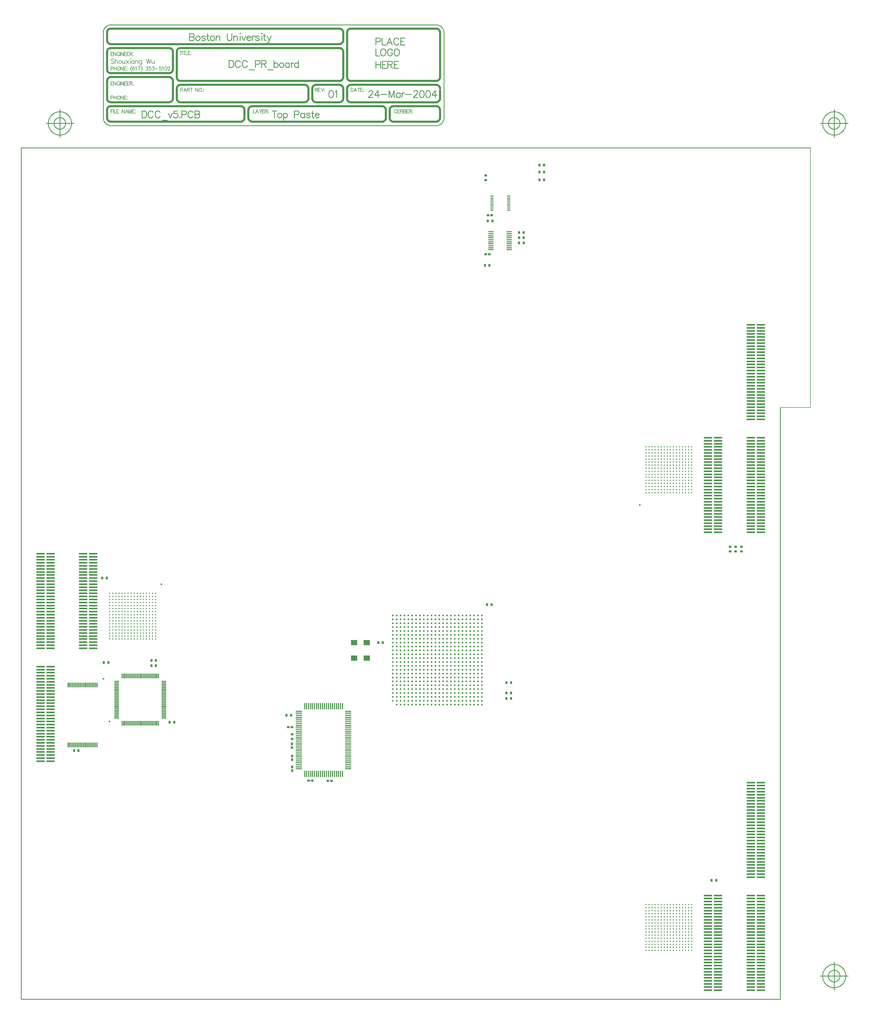
<source format=gtp>
%FSLAX24Y24*%
%MOIN*%
G70*
G01*
G75*
%ADD10R,0.0787X0.0709*%
%ADD11R,0.1063X0.0236*%
%ADD12C,0.0220*%
%ADD13C,0.0220*%
%ADD14R,0.0315X0.0354*%
%ADD15C,0.0157*%
%ADD16R,0.0118X0.0591*%
%ADD17C,0.0177*%
%ADD18R,0.0118X0.0591*%
%ADD19R,0.0591X0.0118*%
%ADD20C,0.0230*%
%ADD21R,0.0591X0.0118*%
%ADD22R,0.1063X0.0236*%
%ADD23R,0.0787X0.0157*%
%ADD24R,0.0157X0.0787*%
%ADD25R,0.0354X0.0315*%
%ADD26R,0.0366X0.0291*%
%ADD27R,0.0291X0.0366*%
%ADD28R,0.0701X0.0165*%
%ADD29R,0.0701X0.0165*%
%ADD30R,0.0413X0.0177*%
%ADD31R,0.0315X0.0354*%
%ADD32C,0.0100*%
%ADD33C,0.0060*%
%ADD34C,0.0220*%
%ADD35C,0.0500*%
%ADD36C,0.0120*%
%ADD37C,0.0080*%
%ADD38C,0.0200*%
%ADD39C,0.0250*%
%ADD40C,0.0090*%
%ADD41C,0.0050*%
%ADD42C,0.0500*%
%ADD43C,0.0270*%
%ADD44C,0.0720*%
%ADD45C,0.0200*%
%ADD46C,0.2165*%
%ADD47C,0.2165*%
%ADD48C,0.0750*%
%ADD49C,0.0591*%
%ADD50C,0.0250*%
%ADD51C,0.0240*%
%ADD52C,0.0256*%
%ADD53R,0.1000X0.0420*%
%ADD54R,0.4100X0.4250*%
%ADD55R,0.0945X0.0236*%
%ADD56R,0.1063X0.1004*%
%ADD57R,0.0240X0.0800*%
%ADD58R,0.0600X0.1000*%
%ADD59R,0.0600X0.0600*%
%ADD60R,0.1004X0.1063*%
%ADD61R,0.0256X0.0531*%
%ADD62R,0.1500X0.1100*%
%ADD63R,0.1100X0.1150*%
%ADD64C,0.0400*%
%ADD65C,0.0150*%
%ADD66R,1.2992X2.7953*%
%ADD67R,0.5276X0.2087*%
%ADD68R,0.3110X0.1890*%
%ADD69R,0.0700X0.4200*%
%ADD70R,0.1200X0.0420*%
%ADD71R,0.1000X0.0500*%
%ADD72R,1.6600X1.3550*%
%ADD73R,0.1500X0.1950*%
%ADD74R,0.0950X0.0400*%
%ADD75R,0.0600X0.1250*%
%ADD76R,0.2250X0.1100*%
%ADD77R,0.3850X0.4850*%
%ADD78R,0.0500X0.1100*%
%ADD79R,0.3600X0.4000*%
%ADD80R,1.2450X0.8500*%
%ADD81R,0.1400X0.2750*%
%ADD82R,0.3110X0.1890*%
%ADD83R,0.3071X0.2047*%
%ADD84R,1.5551X1.5472*%
%ADD85R,0.1050X0.1000*%
%ADD86R,0.1000X0.1000*%
%ADD87R,1.7100X1.7400*%
%ADD88C,0.0079*%
D10*
X89325Y60923D02*
D03*
Y58923D02*
D03*
X90979D02*
D03*
Y60923D02*
D03*
D11*
X54337Y60592D02*
D03*
Y62955D02*
D03*
X136345Y82246D02*
D03*
Y80671D02*
D03*
Y78309D02*
D03*
Y76340D02*
D03*
X135045Y77915D02*
D03*
X136345Y87364D02*
D03*
Y86970D02*
D03*
Y86577D02*
D03*
Y86183D02*
D03*
Y85789D02*
D03*
Y85395D02*
D03*
Y85002D02*
D03*
Y84608D02*
D03*
Y84214D02*
D03*
Y83821D02*
D03*
Y83427D02*
D03*
Y83033D02*
D03*
Y81852D02*
D03*
Y81458D02*
D03*
Y81065D02*
D03*
Y80277D02*
D03*
Y79884D02*
D03*
Y79490D02*
D03*
Y79096D02*
D03*
Y78703D02*
D03*
Y77915D02*
D03*
Y77521D02*
D03*
Y77128D02*
D03*
Y76734D02*
D03*
Y75947D02*
D03*
Y75553D02*
D03*
Y75159D02*
D03*
X135045Y87364D02*
D03*
Y86970D02*
D03*
Y86577D02*
D03*
Y86183D02*
D03*
Y85789D02*
D03*
Y85395D02*
D03*
Y85002D02*
D03*
Y84608D02*
D03*
Y84214D02*
D03*
Y83821D02*
D03*
Y83427D02*
D03*
Y83033D02*
D03*
Y82640D02*
D03*
Y82246D02*
D03*
Y81852D02*
D03*
Y81458D02*
D03*
Y81065D02*
D03*
Y80671D02*
D03*
Y80277D02*
D03*
Y79884D02*
D03*
Y79490D02*
D03*
Y79096D02*
D03*
Y78703D02*
D03*
Y78309D02*
D03*
Y77521D02*
D03*
Y77128D02*
D03*
Y76734D02*
D03*
Y76340D02*
D03*
Y75947D02*
D03*
Y75553D02*
D03*
X136345Y82640D02*
D03*
X141856Y87364D02*
D03*
Y86577D02*
D03*
Y86183D02*
D03*
Y85789D02*
D03*
Y85395D02*
D03*
Y85002D02*
D03*
Y84214D02*
D03*
Y83821D02*
D03*
Y83427D02*
D03*
Y83033D02*
D03*
Y82640D02*
D03*
Y82246D02*
D03*
Y81458D02*
D03*
Y81065D02*
D03*
Y80671D02*
D03*
Y80277D02*
D03*
Y79884D02*
D03*
Y79096D02*
D03*
Y78703D02*
D03*
Y78309D02*
D03*
Y77915D02*
D03*
Y77521D02*
D03*
Y76734D02*
D03*
Y76340D02*
D03*
Y75947D02*
D03*
Y75159D02*
D03*
X140557Y87364D02*
D03*
Y86970D02*
D03*
Y86577D02*
D03*
Y86183D02*
D03*
Y85789D02*
D03*
Y85002D02*
D03*
Y84608D02*
D03*
Y84214D02*
D03*
Y83821D02*
D03*
Y83427D02*
D03*
Y82640D02*
D03*
Y82246D02*
D03*
Y81852D02*
D03*
Y81458D02*
D03*
Y81065D02*
D03*
Y80671D02*
D03*
Y79884D02*
D03*
Y79490D02*
D03*
Y79096D02*
D03*
Y78703D02*
D03*
Y78309D02*
D03*
Y77521D02*
D03*
Y77128D02*
D03*
Y76734D02*
D03*
Y76340D02*
D03*
Y75159D02*
D03*
Y92482D02*
D03*
X141856Y101931D02*
D03*
Y101537D02*
D03*
Y101144D02*
D03*
Y100750D02*
D03*
Y100356D02*
D03*
Y99962D02*
D03*
Y99569D02*
D03*
Y99175D02*
D03*
Y98781D02*
D03*
Y98388D02*
D03*
Y97994D02*
D03*
Y97600D02*
D03*
Y97206D02*
D03*
Y96813D02*
D03*
Y96419D02*
D03*
Y96025D02*
D03*
Y95632D02*
D03*
Y95238D02*
D03*
Y94844D02*
D03*
Y94451D02*
D03*
Y94057D02*
D03*
Y93663D02*
D03*
Y93269D02*
D03*
Y92876D02*
D03*
Y92482D02*
D03*
Y92088D02*
D03*
Y91695D02*
D03*
Y91301D02*
D03*
Y90907D02*
D03*
Y90514D02*
D03*
Y90120D02*
D03*
Y89726D02*
D03*
X140557Y101931D02*
D03*
Y101537D02*
D03*
Y101144D02*
D03*
Y100750D02*
D03*
Y100356D02*
D03*
Y99962D02*
D03*
Y99569D02*
D03*
Y99175D02*
D03*
Y98781D02*
D03*
Y98388D02*
D03*
Y97994D02*
D03*
Y97600D02*
D03*
Y97206D02*
D03*
Y96813D02*
D03*
Y96419D02*
D03*
Y96025D02*
D03*
Y95632D02*
D03*
Y95238D02*
D03*
Y94844D02*
D03*
Y94451D02*
D03*
Y94057D02*
D03*
Y93663D02*
D03*
Y93269D02*
D03*
Y92876D02*
D03*
Y92088D02*
D03*
Y91695D02*
D03*
Y91301D02*
D03*
Y90907D02*
D03*
Y90514D02*
D03*
Y90120D02*
D03*
Y89726D02*
D03*
X135045Y18860D02*
D03*
X136345Y28309D02*
D03*
Y27915D02*
D03*
Y27521D02*
D03*
Y27128D02*
D03*
Y26734D02*
D03*
Y26340D02*
D03*
Y25947D02*
D03*
Y25553D02*
D03*
Y25159D02*
D03*
Y24766D02*
D03*
Y24372D02*
D03*
Y23978D02*
D03*
Y23191D02*
D03*
Y22797D02*
D03*
Y22403D02*
D03*
Y22010D02*
D03*
Y21616D02*
D03*
Y21222D02*
D03*
Y20829D02*
D03*
Y20435D02*
D03*
Y20041D02*
D03*
Y19647D02*
D03*
Y19254D02*
D03*
Y18860D02*
D03*
Y18466D02*
D03*
Y18073D02*
D03*
Y17679D02*
D03*
Y17285D02*
D03*
Y16892D02*
D03*
Y16498D02*
D03*
Y16104D02*
D03*
X135045Y28309D02*
D03*
Y27915D02*
D03*
Y27521D02*
D03*
Y27128D02*
D03*
Y26734D02*
D03*
Y26340D02*
D03*
Y25947D02*
D03*
Y25553D02*
D03*
Y25159D02*
D03*
Y24766D02*
D03*
Y24372D02*
D03*
Y23978D02*
D03*
Y23584D02*
D03*
Y23191D02*
D03*
Y22797D02*
D03*
Y22403D02*
D03*
Y22010D02*
D03*
Y21616D02*
D03*
Y21222D02*
D03*
Y20829D02*
D03*
Y20435D02*
D03*
Y20041D02*
D03*
Y19647D02*
D03*
Y19254D02*
D03*
Y18466D02*
D03*
Y18073D02*
D03*
Y17679D02*
D03*
Y17285D02*
D03*
Y16892D02*
D03*
Y16498D02*
D03*
X136345Y23584D02*
D03*
X140557Y16104D02*
D03*
Y17285D02*
D03*
Y17679D02*
D03*
Y18073D02*
D03*
Y18466D02*
D03*
Y19254D02*
D03*
Y19647D02*
D03*
Y20041D02*
D03*
Y20435D02*
D03*
Y20829D02*
D03*
Y21222D02*
D03*
Y21616D02*
D03*
Y22010D02*
D03*
Y22403D02*
D03*
Y22797D02*
D03*
Y23191D02*
D03*
Y23584D02*
D03*
Y23978D02*
D03*
Y24372D02*
D03*
Y24766D02*
D03*
Y25159D02*
D03*
Y25553D02*
D03*
Y25947D02*
D03*
Y26340D02*
D03*
Y26734D02*
D03*
Y27128D02*
D03*
Y27521D02*
D03*
Y27915D02*
D03*
Y28309D02*
D03*
X141856Y16892D02*
D03*
Y17285D02*
D03*
Y17679D02*
D03*
Y18073D02*
D03*
Y18466D02*
D03*
Y18860D02*
D03*
Y19254D02*
D03*
Y19647D02*
D03*
Y20041D02*
D03*
Y20435D02*
D03*
Y20829D02*
D03*
Y21222D02*
D03*
Y21616D02*
D03*
Y22010D02*
D03*
Y22403D02*
D03*
Y22797D02*
D03*
Y23191D02*
D03*
Y23584D02*
D03*
Y23978D02*
D03*
Y24372D02*
D03*
Y24766D02*
D03*
Y25159D02*
D03*
Y25553D02*
D03*
Y25947D02*
D03*
Y26340D02*
D03*
Y26734D02*
D03*
Y27128D02*
D03*
Y27521D02*
D03*
Y27915D02*
D03*
Y28309D02*
D03*
X140557Y18860D02*
D03*
Y30671D02*
D03*
Y31065D02*
D03*
Y31458D02*
D03*
Y31852D02*
D03*
Y32246D02*
D03*
Y32640D02*
D03*
Y33033D02*
D03*
Y33821D02*
D03*
Y34214D02*
D03*
Y34608D02*
D03*
Y35002D02*
D03*
Y35395D02*
D03*
Y35789D02*
D03*
Y36183D02*
D03*
Y36577D02*
D03*
Y36970D02*
D03*
Y37364D02*
D03*
Y37758D02*
D03*
Y38151D02*
D03*
Y38545D02*
D03*
Y38939D02*
D03*
Y39332D02*
D03*
Y39726D02*
D03*
Y40120D02*
D03*
Y40514D02*
D03*
Y40907D02*
D03*
Y41301D02*
D03*
Y41695D02*
D03*
Y42088D02*
D03*
Y42482D02*
D03*
Y42876D02*
D03*
X141856Y30671D02*
D03*
Y31065D02*
D03*
Y31458D02*
D03*
Y31852D02*
D03*
Y32246D02*
D03*
Y32640D02*
D03*
Y33033D02*
D03*
Y33427D02*
D03*
Y33821D02*
D03*
Y34214D02*
D03*
Y34608D02*
D03*
Y35002D02*
D03*
Y35395D02*
D03*
Y35789D02*
D03*
Y36183D02*
D03*
Y36577D02*
D03*
Y36970D02*
D03*
Y37364D02*
D03*
Y37758D02*
D03*
Y38151D02*
D03*
Y38545D02*
D03*
Y38939D02*
D03*
Y39332D02*
D03*
Y39726D02*
D03*
Y40120D02*
D03*
Y40514D02*
D03*
Y40907D02*
D03*
Y41301D02*
D03*
Y41695D02*
D03*
Y42088D02*
D03*
Y42482D02*
D03*
Y42876D02*
D03*
X140557Y33427D02*
D03*
X50124Y57836D02*
D03*
Y57443D02*
D03*
Y57049D02*
D03*
Y56655D02*
D03*
Y56262D02*
D03*
Y55868D02*
D03*
Y55474D02*
D03*
Y54687D02*
D03*
Y54293D02*
D03*
Y53899D02*
D03*
Y53506D02*
D03*
Y53112D02*
D03*
Y52718D02*
D03*
Y52325D02*
D03*
Y51931D02*
D03*
Y51537D02*
D03*
Y51143D02*
D03*
Y50750D02*
D03*
Y50356D02*
D03*
Y49962D02*
D03*
Y49569D02*
D03*
Y49175D02*
D03*
Y48781D02*
D03*
Y48388D02*
D03*
Y47994D02*
D03*
Y47600D02*
D03*
Y47206D02*
D03*
Y46813D02*
D03*
Y46419D02*
D03*
Y46025D02*
D03*
Y45632D02*
D03*
X48825Y57836D02*
D03*
Y57443D02*
D03*
Y57049D02*
D03*
Y56655D02*
D03*
Y56262D02*
D03*
Y55868D02*
D03*
Y55474D02*
D03*
Y55081D02*
D03*
Y54687D02*
D03*
Y54293D02*
D03*
Y53899D02*
D03*
Y53506D02*
D03*
Y53112D02*
D03*
Y52718D02*
D03*
Y52325D02*
D03*
Y51931D02*
D03*
Y51537D02*
D03*
Y51143D02*
D03*
Y50750D02*
D03*
Y50356D02*
D03*
Y49962D02*
D03*
Y49569D02*
D03*
Y49175D02*
D03*
Y48781D02*
D03*
Y48388D02*
D03*
Y47994D02*
D03*
Y47600D02*
D03*
Y47206D02*
D03*
Y46813D02*
D03*
Y46419D02*
D03*
Y46025D02*
D03*
Y45632D02*
D03*
X50124Y55081D02*
D03*
Y72403D02*
D03*
Y71222D02*
D03*
Y70829D02*
D03*
Y70435D02*
D03*
Y70041D02*
D03*
Y69254D02*
D03*
Y68860D02*
D03*
Y68466D02*
D03*
Y68073D02*
D03*
Y67679D02*
D03*
Y67285D02*
D03*
Y66892D02*
D03*
Y66498D02*
D03*
Y66104D02*
D03*
Y65710D02*
D03*
Y65317D02*
D03*
Y64923D02*
D03*
Y64529D02*
D03*
Y64136D02*
D03*
Y63742D02*
D03*
Y63348D02*
D03*
Y62955D02*
D03*
Y62561D02*
D03*
Y62167D02*
D03*
Y61773D02*
D03*
Y61380D02*
D03*
Y60986D02*
D03*
Y60592D02*
D03*
Y60199D02*
D03*
X48825Y72403D02*
D03*
Y71616D02*
D03*
Y71222D02*
D03*
Y70829D02*
D03*
Y70435D02*
D03*
Y70041D02*
D03*
Y69647D02*
D03*
Y69254D02*
D03*
Y68860D02*
D03*
Y68466D02*
D03*
Y68073D02*
D03*
Y67679D02*
D03*
Y67285D02*
D03*
Y66892D02*
D03*
Y66498D02*
D03*
Y66104D02*
D03*
Y65710D02*
D03*
Y65317D02*
D03*
Y64923D02*
D03*
Y64529D02*
D03*
Y64136D02*
D03*
Y63742D02*
D03*
Y63348D02*
D03*
Y62955D02*
D03*
Y62561D02*
D03*
Y62167D02*
D03*
Y61773D02*
D03*
Y61380D02*
D03*
Y60986D02*
D03*
Y60592D02*
D03*
Y60199D02*
D03*
X50124Y69647D02*
D03*
X135045Y75159D02*
D03*
X140557Y75947D02*
D03*
X141856Y75553D02*
D03*
X140557D02*
D03*
X50124Y71616D02*
D03*
Y72010D02*
D03*
X135045Y16104D02*
D03*
X140557Y16892D02*
D03*
X141856Y16498D02*
D03*
X140557D02*
D03*
X141856Y16104D02*
D03*
X55636Y69647D02*
D03*
X54337Y60199D02*
D03*
Y60986D02*
D03*
Y61380D02*
D03*
Y61773D02*
D03*
Y62167D02*
D03*
Y62561D02*
D03*
Y63348D02*
D03*
Y63742D02*
D03*
Y64136D02*
D03*
Y64529D02*
D03*
Y65317D02*
D03*
Y65710D02*
D03*
Y66104D02*
D03*
Y66498D02*
D03*
Y66892D02*
D03*
Y67285D02*
D03*
Y67679D02*
D03*
Y68073D02*
D03*
Y68466D02*
D03*
Y68860D02*
D03*
Y69254D02*
D03*
Y69647D02*
D03*
Y70041D02*
D03*
Y70435D02*
D03*
Y70829D02*
D03*
Y71222D02*
D03*
Y71616D02*
D03*
Y72010D02*
D03*
Y72403D02*
D03*
X55636Y60199D02*
D03*
Y60592D02*
D03*
Y60986D02*
D03*
Y61773D02*
D03*
Y62167D02*
D03*
Y62561D02*
D03*
Y62955D02*
D03*
Y63348D02*
D03*
Y64136D02*
D03*
Y64529D02*
D03*
Y64923D02*
D03*
Y65317D02*
D03*
Y65710D02*
D03*
Y66104D02*
D03*
Y66892D02*
D03*
Y67285D02*
D03*
Y67679D02*
D03*
Y68073D02*
D03*
Y68466D02*
D03*
Y69254D02*
D03*
Y70041D02*
D03*
Y70435D02*
D03*
Y70829D02*
D03*
Y71222D02*
D03*
Y71616D02*
D03*
Y72010D02*
D03*
Y72403D02*
D03*
X54337Y64923D02*
D03*
X48825Y72010D02*
D03*
X141856Y77128D02*
D03*
X140557Y77915D02*
D03*
X141856Y79490D02*
D03*
X140557Y80277D02*
D03*
X141856Y81852D02*
D03*
X140557Y83033D02*
D03*
X141856Y84608D02*
D03*
X140557Y85395D02*
D03*
X141856Y86970D02*
D03*
D12*
X105325Y61923D02*
D03*
X104325D02*
D03*
Y56923D02*
D03*
X105825Y54923D02*
D03*
X102325D02*
D03*
Y55423D02*
D03*
X103825Y61923D02*
D03*
X105825Y62923D02*
D03*
X105325Y55423D02*
D03*
X104325D02*
D03*
X97825Y53423D02*
D03*
X94325Y59423D02*
D03*
X97825Y52923D02*
D03*
X98325D02*
D03*
X101325D02*
D03*
X101825D02*
D03*
X102325D02*
D03*
X103325D02*
D03*
X103825D02*
D03*
X104325D02*
D03*
X104825D02*
D03*
X97325Y53423D02*
D03*
X98325D02*
D03*
X100325D02*
D03*
X101825D02*
D03*
X102325D02*
D03*
X102825D02*
D03*
X103325D02*
D03*
X103825D02*
D03*
X104325D02*
D03*
X104825D02*
D03*
X98325Y53923D02*
D03*
X99825D02*
D03*
X101825D02*
D03*
X102325D02*
D03*
X102825D02*
D03*
X103825D02*
D03*
X104325D02*
D03*
X97825Y54423D02*
D03*
X100325D02*
D03*
X100825D02*
D03*
X102325D02*
D03*
X102825D02*
D03*
X103325D02*
D03*
X103825D02*
D03*
X105825D02*
D03*
X97825Y54923D02*
D03*
X98325D02*
D03*
X98825D02*
D03*
X99825D02*
D03*
X100825D02*
D03*
X102825D02*
D03*
X103325D02*
D03*
X104325D02*
D03*
X104825D02*
D03*
X105325D02*
D03*
X97825Y55423D02*
D03*
X98325D02*
D03*
X99825D02*
D03*
X100325D02*
D03*
X101825D02*
D03*
X102825D02*
D03*
X103825D02*
D03*
X105825D02*
D03*
X101325Y55923D02*
D03*
X101825D02*
D03*
X102325D02*
D03*
X103325D02*
D03*
X103825D02*
D03*
X104325D02*
D03*
X104825D02*
D03*
X105325D02*
D03*
X95325Y56423D02*
D03*
X100325D02*
D03*
X101325D02*
D03*
X101825D02*
D03*
X102825D02*
D03*
X103325D02*
D03*
X103825D02*
D03*
X104325D02*
D03*
X104825D02*
D03*
X105325D02*
D03*
X105825D02*
D03*
X96325Y56923D02*
D03*
X102325D02*
D03*
X102825D02*
D03*
X103325D02*
D03*
X103825D02*
D03*
X104825D02*
D03*
X105325D02*
D03*
X102325Y57923D02*
D03*
X104325D02*
D03*
X104825D02*
D03*
X105825D02*
D03*
X102325Y58423D02*
D03*
X102825D02*
D03*
X103325D02*
D03*
X103825D02*
D03*
X104325D02*
D03*
X104825D02*
D03*
X105325D02*
D03*
X105825D02*
D03*
X94825Y58923D02*
D03*
X95825D02*
D03*
X96325D02*
D03*
X97325D02*
D03*
X97825D02*
D03*
X102325D02*
D03*
X102825D02*
D03*
X103325D02*
D03*
X103825D02*
D03*
X104325D02*
D03*
X104825D02*
D03*
X105325D02*
D03*
X95325Y59423D02*
D03*
X95825D02*
D03*
X97825D02*
D03*
X102325D02*
D03*
X102825D02*
D03*
X103825D02*
D03*
X104325D02*
D03*
X104825D02*
D03*
X94825Y60423D02*
D03*
X95325D02*
D03*
X95825D02*
D03*
X96325D02*
D03*
X96825D02*
D03*
X97325D02*
D03*
X102325D02*
D03*
X102825D02*
D03*
X104825D02*
D03*
X105325D02*
D03*
X105825D02*
D03*
X94325Y60923D02*
D03*
X94825D02*
D03*
X95325D02*
D03*
X95825D02*
D03*
X96325D02*
D03*
X96825D02*
D03*
X98325D02*
D03*
X98825D02*
D03*
X99825D02*
D03*
X100325D02*
D03*
X100825D02*
D03*
X101325D02*
D03*
X101825D02*
D03*
X102825D02*
D03*
X103825D02*
D03*
X104325D02*
D03*
X104825D02*
D03*
X105325D02*
D03*
X105825D02*
D03*
X94825Y61423D02*
D03*
X95325D02*
D03*
X95825D02*
D03*
X96325D02*
D03*
X97825D02*
D03*
X98325D02*
D03*
X98825D02*
D03*
X99825D02*
D03*
X100325D02*
D03*
X101325D02*
D03*
X102325D02*
D03*
X104325D02*
D03*
X104825D02*
D03*
X105325D02*
D03*
X94325Y61923D02*
D03*
X94825D02*
D03*
X96325D02*
D03*
X97325D02*
D03*
X97825D02*
D03*
X98325D02*
D03*
X99825D02*
D03*
X100325D02*
D03*
X101325D02*
D03*
X101825D02*
D03*
X102325D02*
D03*
X102825D02*
D03*
X105825D02*
D03*
X94325Y62423D02*
D03*
X94825D02*
D03*
X95325D02*
D03*
X95825D02*
D03*
X96825D02*
D03*
X97325D02*
D03*
X97825D02*
D03*
X98325D02*
D03*
X99825D02*
D03*
X100325D02*
D03*
X101325D02*
D03*
X101825D02*
D03*
X102325D02*
D03*
X102825D02*
D03*
X103325D02*
D03*
X104825D02*
D03*
X105325D02*
D03*
X105825D02*
D03*
X94325Y62923D02*
D03*
X96825D02*
D03*
X97325D02*
D03*
X97825D02*
D03*
X98325D02*
D03*
X99825D02*
D03*
X100325D02*
D03*
X102325D02*
D03*
X102825D02*
D03*
X103325D02*
D03*
X103825D02*
D03*
X97325Y63423D02*
D03*
X97825D02*
D03*
X98325D02*
D03*
X99825D02*
D03*
X100325D02*
D03*
X101825D02*
D03*
X102325D02*
D03*
X102825D02*
D03*
X103825D02*
D03*
X104325D02*
D03*
X105825D02*
D03*
X96825Y63923D02*
D03*
X97325D02*
D03*
X97825D02*
D03*
X98325D02*
D03*
X99825D02*
D03*
X100325D02*
D03*
X101825D02*
D03*
X102325D02*
D03*
X102825D02*
D03*
X103325D02*
D03*
X103825D02*
D03*
X104325D02*
D03*
X96825Y64423D02*
D03*
X97825D02*
D03*
X98325D02*
D03*
X98825D02*
D03*
X100325D02*
D03*
X103325D02*
D03*
X103825D02*
D03*
X104325D02*
D03*
X104825D02*
D03*
X101825Y62923D02*
D03*
Y61423D02*
D03*
D13*
X94825Y52923D02*
D03*
X95325D02*
D03*
X95825D02*
D03*
X96325D02*
D03*
X96825D02*
D03*
X97325D02*
D03*
X98825D02*
D03*
X99325D02*
D03*
X99825D02*
D03*
X100325D02*
D03*
X100825D02*
D03*
X102825D02*
D03*
X105325D02*
D03*
X105825D02*
D03*
X94325Y53423D02*
D03*
X94825D02*
D03*
X95325D02*
D03*
X95825D02*
D03*
X96825D02*
D03*
X98825D02*
D03*
X99325D02*
D03*
X99825D02*
D03*
X100825D02*
D03*
X101325D02*
D03*
X105325D02*
D03*
X105825D02*
D03*
X94325Y53923D02*
D03*
X94825D02*
D03*
X95325D02*
D03*
X95825D02*
D03*
X96325D02*
D03*
X96825D02*
D03*
X97325D02*
D03*
X97825D02*
D03*
X98825D02*
D03*
X99325D02*
D03*
X100325D02*
D03*
X100825D02*
D03*
X101325D02*
D03*
X103325D02*
D03*
X104825D02*
D03*
X105325D02*
D03*
X105825D02*
D03*
X94325Y54423D02*
D03*
X94825D02*
D03*
X95325D02*
D03*
X95825D02*
D03*
X96325D02*
D03*
X96825D02*
D03*
X97325D02*
D03*
X98325D02*
D03*
X98825D02*
D03*
X99325D02*
D03*
X99825D02*
D03*
X101325D02*
D03*
X101825D02*
D03*
X104325D02*
D03*
X104825D02*
D03*
X105325D02*
D03*
X94325Y54923D02*
D03*
X94825D02*
D03*
X95325D02*
D03*
X95825D02*
D03*
X96325D02*
D03*
X96825D02*
D03*
X97325D02*
D03*
X99325D02*
D03*
X100325D02*
D03*
X101325D02*
D03*
X101825D02*
D03*
X103825D02*
D03*
X94325Y55423D02*
D03*
X94825D02*
D03*
X95325D02*
D03*
X95825D02*
D03*
X96325D02*
D03*
X96825D02*
D03*
X97325D02*
D03*
X98825D02*
D03*
X99325D02*
D03*
X100825D02*
D03*
X101325D02*
D03*
X103325D02*
D03*
X104825D02*
D03*
X94325Y55923D02*
D03*
X94825D02*
D03*
X95325D02*
D03*
X95825D02*
D03*
X96325D02*
D03*
X96825D02*
D03*
X97325D02*
D03*
X97825D02*
D03*
X98325D02*
D03*
X98825D02*
D03*
X99325D02*
D03*
X99825D02*
D03*
X100325D02*
D03*
X100825D02*
D03*
X102825D02*
D03*
X105825D02*
D03*
X94325Y56423D02*
D03*
X94825D02*
D03*
X95825D02*
D03*
X96325D02*
D03*
X96825D02*
D03*
X97325D02*
D03*
X97825D02*
D03*
X98325D02*
D03*
X98825D02*
D03*
X99325D02*
D03*
X99825D02*
D03*
X100825D02*
D03*
X102325D02*
D03*
X94325Y56923D02*
D03*
X94825D02*
D03*
X95325D02*
D03*
X95825D02*
D03*
X96825D02*
D03*
X97325D02*
D03*
X97825D02*
D03*
X98325D02*
D03*
X98825D02*
D03*
X99325D02*
D03*
X99825D02*
D03*
X100325D02*
D03*
X100825D02*
D03*
X101325D02*
D03*
X101825D02*
D03*
X105825D02*
D03*
X94325Y57423D02*
D03*
X94825D02*
D03*
X95325D02*
D03*
X95825D02*
D03*
X96325D02*
D03*
X96825D02*
D03*
X97325D02*
D03*
X97825D02*
D03*
X98325D02*
D03*
X98825D02*
D03*
X99325D02*
D03*
X99825D02*
D03*
X100325D02*
D03*
X100825D02*
D03*
X101325D02*
D03*
X101825D02*
D03*
X102325D02*
D03*
X102825D02*
D03*
X103325D02*
D03*
X103825D02*
D03*
X104325D02*
D03*
X104825D02*
D03*
X105325D02*
D03*
X105825D02*
D03*
X94325Y57923D02*
D03*
X94825D02*
D03*
X95325D02*
D03*
X95825D02*
D03*
X96325D02*
D03*
X96825D02*
D03*
X97325D02*
D03*
X97825D02*
D03*
X98325D02*
D03*
X98825D02*
D03*
X99325D02*
D03*
X99825D02*
D03*
X100325D02*
D03*
X100825D02*
D03*
X101325D02*
D03*
X101825D02*
D03*
X102825D02*
D03*
X103325D02*
D03*
X103825D02*
D03*
X105325D02*
D03*
X94325Y58423D02*
D03*
X94825D02*
D03*
X95325D02*
D03*
X95825D02*
D03*
X96325D02*
D03*
X96825D02*
D03*
X97325D02*
D03*
X97825D02*
D03*
X98325D02*
D03*
X98825D02*
D03*
X99325D02*
D03*
X99825D02*
D03*
X100325D02*
D03*
X100825D02*
D03*
X101325D02*
D03*
X101825D02*
D03*
X94325Y58923D02*
D03*
X95325D02*
D03*
X96825D02*
D03*
X98325D02*
D03*
X98825D02*
D03*
X99325D02*
D03*
X99825D02*
D03*
X100325D02*
D03*
X100825D02*
D03*
X101325D02*
D03*
X101825D02*
D03*
X105825D02*
D03*
X94825Y59423D02*
D03*
X96325D02*
D03*
X96825D02*
D03*
X97325D02*
D03*
X98325D02*
D03*
X98825D02*
D03*
X99325D02*
D03*
X99825D02*
D03*
X100325D02*
D03*
X100825D02*
D03*
X101325D02*
D03*
X101825D02*
D03*
X103325D02*
D03*
X105325D02*
D03*
X105825D02*
D03*
X94325Y59923D02*
D03*
X94825D02*
D03*
X95325D02*
D03*
X95825D02*
D03*
X96325D02*
D03*
X96825D02*
D03*
X97325D02*
D03*
X97825D02*
D03*
X98325D02*
D03*
X98825D02*
D03*
X99325D02*
D03*
X99825D02*
D03*
X100325D02*
D03*
X100825D02*
D03*
X101325D02*
D03*
X101825D02*
D03*
X102325D02*
D03*
X102825D02*
D03*
X103325D02*
D03*
X103825D02*
D03*
X104325D02*
D03*
X104825D02*
D03*
X105325D02*
D03*
X105825D02*
D03*
X94325Y60423D02*
D03*
X97825D02*
D03*
X98325D02*
D03*
X98825D02*
D03*
X99325D02*
D03*
X99825D02*
D03*
X100325D02*
D03*
X100825D02*
D03*
X101325D02*
D03*
X101825D02*
D03*
X103325D02*
D03*
X103825D02*
D03*
X104325D02*
D03*
X97325Y60923D02*
D03*
X97825D02*
D03*
X99325D02*
D03*
X102325D02*
D03*
X103325D02*
D03*
X94325Y61423D02*
D03*
X96825D02*
D03*
X97325D02*
D03*
X99325D02*
D03*
X100825D02*
D03*
X102825D02*
D03*
X103325D02*
D03*
X103825D02*
D03*
X105825D02*
D03*
X95325Y61923D02*
D03*
X95825D02*
D03*
X96825D02*
D03*
X98825D02*
D03*
X99325D02*
D03*
X100825D02*
D03*
X103325D02*
D03*
X104825D02*
D03*
X96325Y62423D02*
D03*
X98825D02*
D03*
X99325D02*
D03*
X100825D02*
D03*
X103825D02*
D03*
X104325D02*
D03*
X94825Y62923D02*
D03*
X95325D02*
D03*
X95825D02*
D03*
X96325D02*
D03*
X98825D02*
D03*
X99325D02*
D03*
X100825D02*
D03*
X101325D02*
D03*
X104325D02*
D03*
X104825D02*
D03*
X105325D02*
D03*
X94325Y63423D02*
D03*
X94825D02*
D03*
X95325D02*
D03*
X95825D02*
D03*
X96325D02*
D03*
X96825D02*
D03*
X98825D02*
D03*
X99325D02*
D03*
X100825D02*
D03*
X101325D02*
D03*
X103325D02*
D03*
X104825D02*
D03*
X105325D02*
D03*
X94325Y63923D02*
D03*
X94825D02*
D03*
X95325D02*
D03*
X95825D02*
D03*
X96325D02*
D03*
X98825D02*
D03*
X99325D02*
D03*
X100825D02*
D03*
X101325D02*
D03*
X104825D02*
D03*
X105325D02*
D03*
X105825D02*
D03*
X94325Y64423D02*
D03*
X94825D02*
D03*
X95325D02*
D03*
X95825D02*
D03*
X96325D02*
D03*
X97325D02*
D03*
X99325D02*
D03*
X99825D02*
D03*
X100825D02*
D03*
X101325D02*
D03*
X101825D02*
D03*
X102325D02*
D03*
X102825D02*
D03*
X105325D02*
D03*
X105825D02*
D03*
X96325Y53423D02*
D03*
D14*
X107096Y65823D02*
D03*
X106505D02*
D03*
X109595Y55773D02*
D03*
X109004D02*
D03*
X109595Y54423D02*
D03*
X109004D02*
D03*
X109595Y53723D02*
D03*
X109004D02*
D03*
X57605Y58348D02*
D03*
X57014D02*
D03*
X135518Y30277D02*
D03*
X136108D02*
D03*
X63156Y57955D02*
D03*
X63746D02*
D03*
X113274Y122521D02*
D03*
X113864D02*
D03*
X111227Y113821D02*
D03*
X110636D02*
D03*
X111227Y113151D02*
D03*
X110636D02*
D03*
X111227Y112482D02*
D03*
X110636D02*
D03*
X106227Y109608D02*
D03*
X106817D02*
D03*
X63156Y58624D02*
D03*
X63746D02*
D03*
X80597Y51557D02*
D03*
X81187D02*
D03*
X93046Y60923D02*
D03*
X92455D02*
D03*
X53746Y47010D02*
D03*
X53156D02*
D03*
X107196Y115323D02*
D03*
X106605D02*
D03*
X65518Y50671D02*
D03*
X66108D02*
D03*
X57408Y69254D02*
D03*
X56817D02*
D03*
X113864Y121616D02*
D03*
Y120631D02*
D03*
D15*
X63293Y62561D02*
D03*
X62900D02*
D03*
X62112Y64529D02*
D03*
X58963Y62955D02*
D03*
X59356Y65317D02*
D03*
X59750Y63742D02*
D03*
X60144Y64529D02*
D03*
Y65317D02*
D03*
Y63348D02*
D03*
X60538Y65317D02*
D03*
X60931Y63348D02*
D03*
X61325Y64529D02*
D03*
Y65317D02*
D03*
Y63348D02*
D03*
X61719Y64529D02*
D03*
Y63742D02*
D03*
X62112Y65317D02*
D03*
X62506Y62955D02*
D03*
X58175Y66892D02*
D03*
X59356Y63348D02*
D03*
X59750Y64136D02*
D03*
Y64923D02*
D03*
Y65710D02*
D03*
Y62955D02*
D03*
X60144Y64136D02*
D03*
X60538Y64923D02*
D03*
Y63348D02*
D03*
Y63742D02*
D03*
X60931Y64923D02*
D03*
Y65317D02*
D03*
Y63742D02*
D03*
X61719Y64136D02*
D03*
Y64923D02*
D03*
Y65710D02*
D03*
Y62955D02*
D03*
X62112Y63348D02*
D03*
X59356Y64529D02*
D03*
X58569Y61773D02*
D03*
X63293D02*
D03*
X58963Y64529D02*
D03*
X59356Y63742D02*
D03*
X57782Y66892D02*
D03*
X58175Y61380D02*
D03*
X58963Y63742D02*
D03*
X61719Y62561D02*
D03*
Y66892D02*
D03*
Y67285D02*
D03*
X62112Y61773D02*
D03*
Y62167D02*
D03*
Y62561D02*
D03*
Y63742D02*
D03*
Y64136D02*
D03*
X62900Y61773D02*
D03*
X62112Y66892D02*
D03*
Y67285D02*
D03*
X62506Y61380D02*
D03*
Y61773D02*
D03*
Y62167D02*
D03*
Y62561D02*
D03*
Y63348D02*
D03*
Y63742D02*
D03*
Y64136D02*
D03*
Y64529D02*
D03*
X58963Y66104D02*
D03*
X63293Y66892D02*
D03*
X63687Y64136D02*
D03*
X62900Y62167D02*
D03*
X63293Y63348D02*
D03*
Y63742D02*
D03*
Y64529D02*
D03*
X58569D02*
D03*
X60538Y65710D02*
D03*
X63687Y65317D02*
D03*
X62506Y66104D02*
D03*
X63293D02*
D03*
Y66498D02*
D03*
X59750Y61380D02*
D03*
X59356Y66498D02*
D03*
X60144Y66104D02*
D03*
X58963Y67285D02*
D03*
X60144Y66892D02*
D03*
X62112Y66104D02*
D03*
X62900D02*
D03*
X60144Y67285D02*
D03*
X63293Y65317D02*
D03*
X62506D02*
D03*
X60538Y66498D02*
D03*
X60931D02*
D03*
X60538Y66104D02*
D03*
X60931D02*
D03*
X61719Y66498D02*
D03*
X61325Y66104D02*
D03*
X61719D02*
D03*
X62506Y66498D02*
D03*
X58963Y64923D02*
D03*
X59750Y66498D02*
D03*
X60538Y62955D02*
D03*
X57782Y67285D02*
D03*
X63293Y64923D02*
D03*
X57782Y64529D02*
D03*
X58175Y67285D02*
D03*
X58569D02*
D03*
X59356Y64136D02*
D03*
X59356Y65710D02*
D03*
Y62955D02*
D03*
X59750Y65317D02*
D03*
Y63348D02*
D03*
Y67285D02*
D03*
X60144Y64923D02*
D03*
Y65710D02*
D03*
Y63742D02*
D03*
X60538Y64136D02*
D03*
Y64529D02*
D03*
X60931Y64136D02*
D03*
Y64529D02*
D03*
X61325Y64136D02*
D03*
Y64923D02*
D03*
Y63742D02*
D03*
X61719Y65317D02*
D03*
Y63348D02*
D03*
X62112Y65710D02*
D03*
Y62955D02*
D03*
X62900Y64923D02*
D03*
X63293Y64136D02*
D03*
Y67285D02*
D03*
X63687Y66498D02*
D03*
Y62167D02*
D03*
X57782Y65317D02*
D03*
X58175Y64923D02*
D03*
X59750Y64529D02*
D03*
X58175Y65710D02*
D03*
X58569Y65317D02*
D03*
Y63742D02*
D03*
X58175D02*
D03*
X59356Y67285D02*
D03*
Y66892D02*
D03*
X58963D02*
D03*
Y66498D02*
D03*
X58569D02*
D03*
X58175D02*
D03*
X57782D02*
D03*
X59356Y66104D02*
D03*
X58569D02*
D03*
X58175D02*
D03*
X57782D02*
D03*
X58963Y65710D02*
D03*
X58569D02*
D03*
X57782D02*
D03*
X58963Y65317D02*
D03*
X58175D02*
D03*
X59356Y64923D02*
D03*
X58569D02*
D03*
X57782D02*
D03*
X58963Y64136D02*
D03*
X58569D02*
D03*
X58175D02*
D03*
X57782D02*
D03*
Y63742D02*
D03*
X58963Y63348D02*
D03*
X58569D02*
D03*
X58175D02*
D03*
X57782D02*
D03*
X58175Y62955D02*
D03*
X57782D02*
D03*
X58175Y62561D02*
D03*
X57782D02*
D03*
X62506Y67285D02*
D03*
X61325D02*
D03*
X60931D02*
D03*
X60538D02*
D03*
X62506Y66892D02*
D03*
X61325D02*
D03*
X60931D02*
D03*
X60538D02*
D03*
X59750D02*
D03*
X58569D02*
D03*
X62112Y66498D02*
D03*
X61325D02*
D03*
X60144D02*
D03*
X59750Y66104D02*
D03*
X62506Y65710D02*
D03*
X61325D02*
D03*
X60931D02*
D03*
X62506Y64923D02*
D03*
X62112D02*
D03*
X63687Y63742D02*
D03*
Y63348D02*
D03*
X61325Y62955D02*
D03*
X60931D02*
D03*
X60144D02*
D03*
X58569D02*
D03*
X61325Y62561D02*
D03*
X60931D02*
D03*
X60538D02*
D03*
X60144D02*
D03*
X59750D02*
D03*
X59356D02*
D03*
X58963D02*
D03*
X58569D02*
D03*
X61719Y62167D02*
D03*
X61325D02*
D03*
X60931D02*
D03*
X60538D02*
D03*
X60144D02*
D03*
X59750D02*
D03*
X59356D02*
D03*
X58963Y62167D02*
D03*
X58569Y62167D02*
D03*
X58175Y62167D02*
D03*
X57782Y62167D02*
D03*
X61719Y61773D02*
D03*
X61325D02*
D03*
X60931D02*
D03*
X60538D02*
D03*
X60144D02*
D03*
X59750D02*
D03*
X59356D02*
D03*
X58963D02*
D03*
X58175D02*
D03*
X57782Y61773D02*
D03*
X63293Y61380D02*
D03*
X62112D02*
D03*
X61719D02*
D03*
X61325Y61380D02*
D03*
X60931Y61380D02*
D03*
X60538D02*
D03*
X60144D02*
D03*
X59356D02*
D03*
X58963D02*
D03*
X58569D02*
D03*
X58175Y64529D02*
D03*
X131364Y83033D02*
D03*
X131758D02*
D03*
X131364Y83821D02*
D03*
X132939Y80671D02*
D03*
X131758Y83821D02*
D03*
X132152Y83033D02*
D03*
X130971Y81065D02*
D03*
X132939Y80277D02*
D03*
X132545Y82640D02*
D03*
Y81852D02*
D03*
X132152Y82246D02*
D03*
Y83821D02*
D03*
X132545D02*
D03*
X132939Y83427D02*
D03*
Y83821D02*
D03*
X131758Y84214D02*
D03*
X132152D02*
D03*
X132545D02*
D03*
X132939D02*
D03*
X132545Y84608D02*
D03*
X131364Y80277D02*
D03*
Y80671D02*
D03*
X132939Y84608D02*
D03*
X131758Y80671D02*
D03*
Y81065D02*
D03*
X132152D02*
D03*
X132545D02*
D03*
X132939D02*
D03*
X132152Y81458D02*
D03*
X132545D02*
D03*
X132939D02*
D03*
X131758Y81852D02*
D03*
X132545Y85002D02*
D03*
X132152Y81852D02*
D03*
X132939D02*
D03*
X131758Y82246D02*
D03*
X132545D02*
D03*
X131364Y82640D02*
D03*
X131758Y83427D02*
D03*
X132152D02*
D03*
X132545D02*
D03*
X132939Y85002D02*
D03*
X130183Y86183D02*
D03*
X128215Y81065D02*
D03*
X130183Y81458D02*
D03*
X127821D02*
D03*
Y81852D02*
D03*
Y82246D02*
D03*
Y83033D02*
D03*
Y83427D02*
D03*
Y83821D02*
D03*
Y84214D02*
D03*
Y84608D02*
D03*
Y85002D02*
D03*
Y85395D02*
D03*
X129396Y85002D02*
D03*
Y85395D02*
D03*
X129790Y81458D02*
D03*
Y81852D02*
D03*
X128608Y83821D02*
D03*
X129396Y81458D02*
D03*
Y81852D02*
D03*
X128608Y85002D02*
D03*
Y85395D02*
D03*
X129002Y81065D02*
D03*
Y81458D02*
D03*
Y85002D02*
D03*
Y85395D02*
D03*
X131758Y84608D02*
D03*
X131364Y82246D02*
D03*
X130971Y83821D02*
D03*
X130577Y83033D02*
D03*
Y82246D02*
D03*
Y84214D02*
D03*
X130183Y82246D02*
D03*
X129790Y84214D02*
D03*
X129396Y83033D02*
D03*
Y82246D02*
D03*
Y84214D02*
D03*
X129002Y83033D02*
D03*
Y83821D02*
D03*
X128608Y82246D02*
D03*
X128215Y84608D02*
D03*
X132545Y80671D02*
D03*
X131364Y84214D02*
D03*
X130971Y83427D02*
D03*
Y82640D02*
D03*
Y81852D02*
D03*
Y84608D02*
D03*
X130577Y83427D02*
D03*
X130183Y82640D02*
D03*
Y84214D02*
D03*
Y83821D02*
D03*
X129790Y82640D02*
D03*
Y82246D02*
D03*
Y83821D02*
D03*
X129002Y83427D02*
D03*
Y82640D02*
D03*
Y81852D02*
D03*
Y84608D02*
D03*
X128608Y84214D02*
D03*
X132152Y85789D02*
D03*
X127427D02*
D03*
X128608Y83033D02*
D03*
X132545Y86183D02*
D03*
X127821Y85789D02*
D03*
X131758Y81458D02*
D03*
X127427Y80671D02*
D03*
X127034Y83427D02*
D03*
X131758Y82640D02*
D03*
X132939Y83033D02*
D03*
X132545D02*
D03*
Y80277D02*
D03*
X132152D02*
D03*
X131364Y83427D02*
D03*
Y81852D02*
D03*
Y84608D02*
D03*
X130971Y82246D02*
D03*
Y84214D02*
D03*
Y80277D02*
D03*
X130577Y82640D02*
D03*
Y81852D02*
D03*
Y83821D02*
D03*
X130183Y83427D02*
D03*
Y83033D02*
D03*
X129790Y83427D02*
D03*
Y83033D02*
D03*
X129396Y83427D02*
D03*
Y82640D02*
D03*
Y83821D02*
D03*
X129002Y82246D02*
D03*
Y84214D02*
D03*
X128608Y81852D02*
D03*
Y84608D02*
D03*
X127821Y82640D02*
D03*
X127427Y83427D02*
D03*
Y80277D02*
D03*
X127034Y81065D02*
D03*
Y85395D02*
D03*
X132939Y82246D02*
D03*
X130971Y83033D02*
D03*
X131364Y81458D02*
D03*
X132152Y82640D02*
D03*
X132939D02*
D03*
X128215Y80277D02*
D03*
X129790D02*
D03*
X130183D02*
D03*
X131758D02*
D03*
X130971Y80671D02*
D03*
X132152D02*
D03*
X128608Y81065D02*
D03*
X129396D02*
D03*
X130577D02*
D03*
X131364D02*
D03*
X128215Y81458D02*
D03*
X128608D02*
D03*
X130577D02*
D03*
X130971D02*
D03*
X130183Y81852D02*
D03*
X128608Y82640D02*
D03*
X128215Y83033D02*
D03*
Y83427D02*
D03*
X128608D02*
D03*
X128215Y83821D02*
D03*
Y84214D02*
D03*
X129396Y84608D02*
D03*
X129790D02*
D03*
X130183D02*
D03*
X130577D02*
D03*
X132152D02*
D03*
X128215Y85002D02*
D03*
X129790D02*
D03*
X130183D02*
D03*
X130971D02*
D03*
X131364D02*
D03*
X131758D02*
D03*
X132152D02*
D03*
X128215Y85395D02*
D03*
X129790D02*
D03*
X130577D02*
D03*
X131364D02*
D03*
X131758D02*
D03*
X132152D02*
D03*
X131758Y85789D02*
D03*
X127427Y86183D02*
D03*
X128608D02*
D03*
X129790D02*
D03*
X130577D02*
D03*
X131364D02*
D03*
X127821Y81065D02*
D03*
X129790D02*
D03*
X130183D02*
D03*
X127034Y85789D02*
D03*
X127427Y85395D02*
D03*
Y85002D02*
D03*
X127034D02*
D03*
X127427Y84608D02*
D03*
X127034D02*
D03*
X127427Y84214D02*
D03*
X127034D02*
D03*
X128215Y85789D02*
D03*
X127034Y86183D02*
D03*
X128215Y82640D02*
D03*
Y82246D02*
D03*
Y81852D02*
D03*
X127427Y82246D02*
D03*
X127034D02*
D03*
X129790Y85789D02*
D03*
X127427Y81852D02*
D03*
X127034D02*
D03*
X127427Y82640D02*
D03*
X127034D02*
D03*
X127427Y83033D02*
D03*
X127034D02*
D03*
X127427Y83821D02*
D03*
Y81065D02*
D03*
X127427Y81458D02*
D03*
X127034D02*
D03*
X127034Y83821D02*
D03*
X130577Y80671D02*
D03*
X130577Y80277D02*
D03*
X128215Y80671D02*
D03*
X127821Y80277D02*
D03*
X127034Y80671D02*
D03*
X130183D02*
D03*
X129790D02*
D03*
X129396Y80277D02*
D03*
Y80671D02*
D03*
X129002Y80277D02*
D03*
Y80671D02*
D03*
X128608Y80277D02*
D03*
Y80671D02*
D03*
X132939Y85395D02*
D03*
X130577Y85002D02*
D03*
X128215Y86183D02*
D03*
X128608Y85789D02*
D03*
X129396Y85789D02*
D03*
Y86183D02*
D03*
X129002D02*
D03*
Y85789D02*
D03*
X129396Y27128D02*
D03*
X129002D02*
D03*
X128215D02*
D03*
X127034Y27128D02*
D03*
X131364Y27128D02*
D03*
X130577D02*
D03*
X129790D02*
D03*
X128608D02*
D03*
X127427D02*
D03*
X131758Y26734D02*
D03*
X131364Y26734D02*
D03*
X128215Y26734D02*
D03*
X127034Y26734D02*
D03*
X132152Y26340D02*
D03*
X131758D02*
D03*
X131364D02*
D03*
X130577D02*
D03*
X128215D02*
D03*
X127427D02*
D03*
X132152Y25947D02*
D03*
X131758Y25947D02*
D03*
X131364D02*
D03*
X130971Y25947D02*
D03*
X130183D02*
D03*
X129790D02*
D03*
X128215D02*
D03*
X127427Y25947D02*
D03*
X127034D02*
D03*
X132152Y25553D02*
D03*
X130577D02*
D03*
X130183D02*
D03*
X129790D02*
D03*
X129396D02*
D03*
X127427Y25553D02*
D03*
X127034D02*
D03*
X128215Y25159D02*
D03*
X127427Y25159D02*
D03*
X127034D02*
D03*
X128215Y24766D02*
D03*
X127427Y24766D02*
D03*
X127034D02*
D03*
X128608Y24372D02*
D03*
X128215D02*
D03*
Y23978D02*
D03*
X127034Y23978D02*
D03*
X128608Y23584D02*
D03*
X128215D02*
D03*
X127034Y23584D02*
D03*
X128215Y23191D02*
D03*
X127427Y23191D02*
D03*
X127034D02*
D03*
X130183Y22797D02*
D03*
X128215D02*
D03*
X127034Y22797D02*
D03*
X130971Y22403D02*
D03*
X130577D02*
D03*
X128608D02*
D03*
X128215D02*
D03*
X127427D02*
D03*
X127034D02*
D03*
X131364Y22010D02*
D03*
X130577D02*
D03*
X129396D02*
D03*
X128608D02*
D03*
X128215D02*
D03*
X127427D02*
D03*
X132152Y21616D02*
D03*
X130971D02*
D03*
X127034D02*
D03*
X131758Y21222D02*
D03*
X130183D02*
D03*
X129790D02*
D03*
X128215D02*
D03*
X132939Y25947D02*
D03*
X132545D02*
D03*
X132939Y25553D02*
D03*
X132545D02*
D03*
X132939Y25159D02*
D03*
X132545D02*
D03*
X132152D02*
D03*
X131758D02*
D03*
X132939Y24766D02*
D03*
Y24372D02*
D03*
X132545D02*
D03*
X132152D02*
D03*
X131758D02*
D03*
X132939Y23584D02*
D03*
X132152D02*
D03*
X131364D02*
D03*
X132545Y23191D02*
D03*
X131758D02*
D03*
X132939Y22797D02*
D03*
X132152D02*
D03*
X131758D02*
D03*
X132939Y22403D02*
D03*
X132545D02*
D03*
X132152D02*
D03*
X131364D02*
D03*
X132939Y22010D02*
D03*
X132545D02*
D03*
X132152D02*
D03*
X131758D02*
D03*
Y21616D02*
D03*
X131364D02*
D03*
Y21222D02*
D03*
X132545Y24766D02*
D03*
X132152D02*
D03*
Y23191D02*
D03*
X132545Y22797D02*
D03*
X130971Y23978D02*
D03*
X130183Y22010D02*
D03*
Y22403D02*
D03*
X132545Y23584D02*
D03*
X132939Y23191D02*
D03*
X127034Y26340D02*
D03*
Y22010D02*
D03*
X127427Y21222D02*
D03*
Y24372D02*
D03*
X127821Y23584D02*
D03*
X128608Y25553D02*
D03*
Y22797D02*
D03*
X129002Y25159D02*
D03*
Y23191D02*
D03*
X129396Y24766D02*
D03*
Y23584D02*
D03*
Y24372D02*
D03*
X129790Y23978D02*
D03*
Y24372D02*
D03*
X130183Y23978D02*
D03*
Y24372D02*
D03*
X130577Y24766D02*
D03*
Y22797D02*
D03*
Y23584D02*
D03*
X130971Y21222D02*
D03*
Y25159D02*
D03*
Y23191D02*
D03*
X131364Y25553D02*
D03*
Y22797D02*
D03*
Y24372D02*
D03*
X132152Y21222D02*
D03*
X132545D02*
D03*
Y23978D02*
D03*
X132939D02*
D03*
Y21222D02*
D03*
X130971Y22010D02*
D03*
X131758Y23584D02*
D03*
X127821Y22010D02*
D03*
Y22403D02*
D03*
Y22797D02*
D03*
Y23191D02*
D03*
Y23978D02*
D03*
Y24372D02*
D03*
Y24766D02*
D03*
Y25159D02*
D03*
Y25553D02*
D03*
Y25947D02*
D03*
Y26340D02*
D03*
X132152Y23978D02*
D03*
X129396Y25947D02*
D03*
Y26340D02*
D03*
Y26734D02*
D03*
X129790Y22010D02*
D03*
Y22403D02*
D03*
Y22797D02*
D03*
X127034Y24372D02*
D03*
X127427Y21616D02*
D03*
X131758Y22403D02*
D03*
X128608Y24766D02*
D03*
Y25947D02*
D03*
Y26340D02*
D03*
Y26734D02*
D03*
X129002Y21222D02*
D03*
Y21616D02*
D03*
Y22010D02*
D03*
Y22403D02*
D03*
Y25947D02*
D03*
Y26340D02*
D03*
Y26734D02*
D03*
X129396Y21222D02*
D03*
Y21616D02*
D03*
Y22403D02*
D03*
Y22797D02*
D03*
X127821Y26734D02*
D03*
X131758Y24766D02*
D03*
X132545Y27128D02*
D03*
X132939Y21616D02*
D03*
X128608Y23978D02*
D03*
X131364Y24766D02*
D03*
X131758Y23978D02*
D03*
X127427Y26734D02*
D03*
X127821Y27128D02*
D03*
X132152Y26734D02*
D03*
X131364Y23978D02*
D03*
X128608Y25159D02*
D03*
X129002Y25553D02*
D03*
Y22797D02*
D03*
Y23584D02*
D03*
Y24372D02*
D03*
X129790Y24766D02*
D03*
Y23191D02*
D03*
Y23584D02*
D03*
X130183Y24766D02*
D03*
Y25159D02*
D03*
Y23584D02*
D03*
X130577Y24372D02*
D03*
X130971Y25553D02*
D03*
Y22797D02*
D03*
Y23584D02*
D03*
Y24372D02*
D03*
X131364Y25159D02*
D03*
X132545Y21616D02*
D03*
X128215Y25553D02*
D03*
X128608Y23191D02*
D03*
X129002Y24766D02*
D03*
Y23978D02*
D03*
X129396Y25159D02*
D03*
Y23191D02*
D03*
Y23978D02*
D03*
X129790Y25159D02*
D03*
X130183Y23191D02*
D03*
X130577Y25159D02*
D03*
Y23191D02*
D03*
Y23978D02*
D03*
X130971Y24766D02*
D03*
X131364Y23191D02*
D03*
X131758Y25553D02*
D03*
X130577Y25947D02*
D03*
X132939Y26340D02*
D03*
X130183Y27128D02*
D03*
X129790Y26340D02*
D03*
Y26734D02*
D03*
X132545Y26340D02*
D03*
X132939Y26734D02*
D03*
X132545D02*
D03*
X132152Y27128D02*
D03*
X131758D02*
D03*
X130971Y26340D02*
D03*
Y26734D02*
D03*
Y27128D02*
D03*
X130577Y26734D02*
D03*
X130183Y26340D02*
D03*
Y26734D02*
D03*
X129790Y21616D02*
D03*
X130183D02*
D03*
X130577D02*
D03*
Y21222D02*
D03*
X127821D02*
D03*
X128215Y21616D02*
D03*
X128608Y21616D02*
D03*
Y21222D02*
D03*
X127427Y23584D02*
D03*
Y22797D02*
D03*
Y23978D02*
D03*
X127821Y86183D02*
D03*
Y80671D02*
D03*
Y21616D02*
D03*
X62900Y66892D02*
D03*
Y61380D02*
D03*
Y66498D02*
D03*
X63293Y62167D02*
D03*
X63687Y61773D02*
D03*
Y61380D02*
D03*
X62900Y67285D02*
D03*
X63687Y66892D02*
D03*
X63293Y65710D02*
D03*
X63687Y66104D02*
D03*
X62900Y63742D02*
D03*
Y63348D02*
D03*
X63687Y62955D02*
D03*
X63293D02*
D03*
X63687Y62561D02*
D03*
X62900Y62955D02*
D03*
X63687Y64923D02*
D03*
Y65710D02*
D03*
X62900Y65317D02*
D03*
Y65710D02*
D03*
X63687Y64529D02*
D03*
X62900D02*
D03*
Y64136D02*
D03*
X132939Y85789D02*
D03*
X132545D02*
D03*
Y85395D02*
D03*
X132152Y86183D02*
D03*
X131758D02*
D03*
X130183Y85395D02*
D03*
Y85789D02*
D03*
X130577D02*
D03*
X130971D02*
D03*
X131364Y85789D02*
D03*
X132939Y86183D02*
D03*
Y27128D02*
D03*
X57782Y61380D02*
D03*
X130971Y86183D02*
D03*
X130971Y85395D02*
D03*
D16*
X62506Y56616D02*
D03*
X63097D02*
D03*
X62506Y50514D02*
D03*
X62703D02*
D03*
X54160Y55474D02*
D03*
X53175Y47718D02*
D03*
X53372D02*
D03*
X53569D02*
D03*
X53766D02*
D03*
X54553D02*
D03*
X54750D02*
D03*
X54947D02*
D03*
X55144D02*
D03*
X62703Y56616D02*
D03*
X62309D02*
D03*
X53963Y47718D02*
D03*
X59947Y56616D02*
D03*
X53963Y55474D02*
D03*
X52782Y47718D02*
D03*
X55931D02*
D03*
X54160D02*
D03*
X54356D02*
D03*
X54553Y55474D02*
D03*
X52979Y47718D02*
D03*
X52585D02*
D03*
X54947Y55474D02*
D03*
X54750D02*
D03*
X53569D02*
D03*
X53372D02*
D03*
X53175D02*
D03*
X52979D02*
D03*
X52782D02*
D03*
X52585D02*
D03*
X52388D02*
D03*
X55538Y47718D02*
D03*
X53766Y55474D02*
D03*
X56128Y47718D02*
D03*
Y55474D02*
D03*
X55931D02*
D03*
X55734D02*
D03*
X55538D02*
D03*
X55341D02*
D03*
X55144D02*
D03*
X55341Y47718D02*
D03*
X52388D02*
D03*
X54356Y55474D02*
D03*
X55734Y47718D02*
D03*
X63884Y56616D02*
D03*
X63293D02*
D03*
X63490D02*
D03*
X63687D02*
D03*
X63097Y50514D02*
D03*
X63687D02*
D03*
X64081D02*
D03*
D17*
X63687Y67285D02*
D03*
X127034Y80277D02*
D03*
Y21222D02*
D03*
D18*
X59750Y50514D02*
D03*
X59356D02*
D03*
X60341D02*
D03*
X62112D02*
D03*
X61916D02*
D03*
X61719D02*
D03*
X61522D02*
D03*
X61325D02*
D03*
X61128D02*
D03*
X60931D02*
D03*
X60734D02*
D03*
X59947D02*
D03*
X62309D02*
D03*
X62900Y56616D02*
D03*
X64081D02*
D03*
X60144Y50514D02*
D03*
X59553Y56616D02*
D03*
X60341D02*
D03*
X60734D02*
D03*
X60931D02*
D03*
X60144D02*
D03*
X61522D02*
D03*
X61128D02*
D03*
X61325D02*
D03*
X61719D02*
D03*
X62112D02*
D03*
X59356D02*
D03*
X60538D02*
D03*
X61916D02*
D03*
X63293Y50514D02*
D03*
X63490D02*
D03*
X59750Y56616D02*
D03*
X63884Y50514D02*
D03*
X62900D02*
D03*
X60538D02*
D03*
X59553D02*
D03*
D19*
X58668Y55336D02*
D03*
Y55533D02*
D03*
Y53171D02*
D03*
Y53762D02*
D03*
Y53368D02*
D03*
Y52581D02*
D03*
Y52384D02*
D03*
Y52187D02*
D03*
Y51990D02*
D03*
Y51793D02*
D03*
Y51399D02*
D03*
Y52777D02*
D03*
Y54943D02*
D03*
Y54746D02*
D03*
Y54155D02*
D03*
Y53958D02*
D03*
Y51596D02*
D03*
Y53565D02*
D03*
X64770D02*
D03*
Y51203D02*
D03*
Y55336D02*
D03*
Y55533D02*
D03*
X58668Y52974D02*
D03*
X64770Y53171D02*
D03*
X58668Y55730D02*
D03*
Y55927D02*
D03*
Y54352D02*
D03*
X64770Y54746D02*
D03*
Y52187D02*
D03*
X58668Y51203D02*
D03*
Y55140D02*
D03*
X64770D02*
D03*
Y54549D02*
D03*
Y52777D02*
D03*
X64770Y52974D02*
D03*
X64770Y54943D02*
D03*
X58668Y54549D02*
D03*
X64770Y51399D02*
D03*
D20*
X126246Y78703D02*
D03*
X56955Y56262D02*
D03*
X57742Y50750D02*
D03*
X64435Y68466D02*
D03*
D21*
X64770Y52581D02*
D03*
Y51793D02*
D03*
Y51990D02*
D03*
Y51596D02*
D03*
Y52384D02*
D03*
Y53368D02*
D03*
Y55927D02*
D03*
Y53762D02*
D03*
Y53958D02*
D03*
Y54155D02*
D03*
Y54352D02*
D03*
Y55730D02*
D03*
D22*
X55636Y61380D02*
D03*
Y63742D02*
D03*
Y66498D02*
D03*
Y68860D02*
D03*
D23*
X82201Y50277D02*
D03*
Y50533D02*
D03*
Y50789D02*
D03*
X88579Y50533D02*
D03*
Y50277D02*
D03*
X82201Y48486D02*
D03*
X88579Y48230D02*
D03*
Y46439D02*
D03*
X82201Y44903D02*
D03*
Y46439D02*
D03*
Y47974D02*
D03*
Y50021D02*
D03*
X88579D02*
D03*
Y44903D02*
D03*
Y47974D02*
D03*
Y50789D02*
D03*
Y51301D02*
D03*
X82201Y44647D02*
D03*
Y45159D02*
D03*
Y45415D02*
D03*
Y45927D02*
D03*
Y46183D02*
D03*
X88579Y49766D02*
D03*
Y49510D02*
D03*
Y48998D02*
D03*
Y48742D02*
D03*
Y47718D02*
D03*
Y47462D02*
D03*
Y46951D02*
D03*
Y46695D02*
D03*
X82201D02*
D03*
Y46951D02*
D03*
Y47462D02*
D03*
Y47718D02*
D03*
Y48742D02*
D03*
Y48998D02*
D03*
Y49510D02*
D03*
Y49766D02*
D03*
X88579Y46183D02*
D03*
Y45927D02*
D03*
Y45415D02*
D03*
Y45159D02*
D03*
Y44647D02*
D03*
Y51557D02*
D03*
X82201Y51045D02*
D03*
Y51301D02*
D03*
Y51557D02*
D03*
X88579Y51045D02*
D03*
Y52069D02*
D03*
Y51813D02*
D03*
X82201Y52069D02*
D03*
Y45671D02*
D03*
Y47207D02*
D03*
Y48230D02*
D03*
Y49254D02*
D03*
Y51813D02*
D03*
X88579Y45671D02*
D03*
Y49254D02*
D03*
Y48486D02*
D03*
Y47207D02*
D03*
D24*
X86797Y43988D02*
D03*
Y52728D02*
D03*
X86542Y43988D02*
D03*
X84238D02*
D03*
X86286D02*
D03*
X83727D02*
D03*
X83471D02*
D03*
X82959D02*
D03*
X87821D02*
D03*
X87309D02*
D03*
X87053D02*
D03*
X86542Y52728D02*
D03*
X84238D02*
D03*
X82959D02*
D03*
X83215D02*
D03*
X83471D02*
D03*
X83727D02*
D03*
X87053D02*
D03*
X87309D02*
D03*
X87565D02*
D03*
X87821D02*
D03*
X87565Y43988D02*
D03*
X85774D02*
D03*
X83982D02*
D03*
X83215D02*
D03*
X83982Y52728D02*
D03*
X86286D02*
D03*
X86030D02*
D03*
X85774D02*
D03*
X85518D02*
D03*
X85262D02*
D03*
X85006D02*
D03*
X84750D02*
D03*
X84494D02*
D03*
Y43988D02*
D03*
X84750D02*
D03*
X85006D02*
D03*
X85262D02*
D03*
X85518D02*
D03*
X86030D02*
D03*
D25*
X106325Y120602D02*
D03*
Y121193D02*
D03*
X81325Y49094D02*
D03*
Y48503D02*
D03*
X137900Y73289D02*
D03*
Y72699D02*
D03*
X139356Y72698D02*
D03*
Y73289D02*
D03*
X138608Y72699D02*
D03*
Y73289D02*
D03*
D26*
X81310Y50023D02*
D03*
X80834D02*
D03*
X86413Y43086D02*
D03*
X85937D02*
D03*
X83464Y43111D02*
D03*
X83940D02*
D03*
X106636Y116065D02*
D03*
X107112D02*
D03*
X106321Y111025D02*
D03*
X106797D02*
D03*
D27*
X81294Y47864D02*
D03*
Y47388D02*
D03*
X81325Y46301D02*
D03*
Y45825D02*
D03*
X81344Y44428D02*
D03*
Y44904D02*
D03*
D28*
X109356Y111616D02*
D03*
Y112128D02*
D03*
Y112639D02*
D03*
Y112895D02*
D03*
Y113151D02*
D03*
Y113407D02*
D03*
Y113663D02*
D03*
Y113919D02*
D03*
X107018Y111616D02*
D03*
Y111872D02*
D03*
Y112128D02*
D03*
Y112383D02*
D03*
Y112639D02*
D03*
Y112895D02*
D03*
Y113151D02*
D03*
Y113407D02*
D03*
Y113663D02*
D03*
Y113919D02*
D03*
D29*
X109356Y111872D02*
D03*
Y112383D02*
D03*
D30*
X107132Y117246D02*
D03*
Y117502D02*
D03*
X109317Y116734D02*
D03*
Y116990D02*
D03*
Y117246D02*
D03*
Y117502D02*
D03*
Y117757D02*
D03*
Y118013D02*
D03*
Y118269D02*
D03*
Y118525D02*
D03*
X107132Y116734D02*
D03*
Y116990D02*
D03*
Y117757D02*
D03*
Y118013D02*
D03*
Y118269D02*
D03*
Y118525D02*
D03*
D31*
X113274Y121616D02*
D03*
Y120631D02*
D03*
D32*
X52075Y127923D02*
X52068Y128023D01*
X52048Y128121D01*
X52015Y128216D01*
X51970Y128305D01*
X51914Y128388D01*
X51846Y128462D01*
X51770Y128527D01*
X51685Y128581D01*
X51595Y128623D01*
X51499Y128653D01*
X51400Y128669D01*
X51300Y128673D01*
X51200Y128663D01*
X51103Y128639D01*
X51009Y128603D01*
X50921Y128555D01*
X50841Y128496D01*
X50769Y128426D01*
X50707Y128347D01*
X50656Y128261D01*
X50616Y128169D01*
X50590Y128072D01*
X50577Y127973D01*
Y127873D01*
X50590Y127774D01*
X50616Y127677D01*
X50656Y127585D01*
X50707Y127499D01*
X50769Y127420D01*
X50841Y127350D01*
X50921Y127291D01*
X51009Y127243D01*
X51103Y127207D01*
X51200Y127183D01*
X51300Y127173D01*
X51400Y127177D01*
X51499Y127193D01*
X51595Y127223D01*
X51685Y127265D01*
X51770Y127319D01*
X51846Y127384D01*
X51914Y127458D01*
X51970Y127541D01*
X52015Y127630D01*
X52048Y127725D01*
X52068Y127823D01*
X52075Y127923D01*
X52825D02*
X52822Y128023D01*
X52812Y128123D01*
X52795Y128222D01*
X52772Y128319D01*
X52742Y128415D01*
X52706Y128509D01*
X52664Y128600D01*
X52616Y128687D01*
X52562Y128772D01*
X52502Y128853D01*
X52437Y128929D01*
X52368Y129001D01*
X52293Y129069D01*
X52215Y129131D01*
X52132Y129187D01*
X52046Y129238D01*
X51956Y129284D01*
X51864Y129323D01*
X51769Y129356D01*
X51673Y129382D01*
X51574Y129402D01*
X51475Y129416D01*
X51375Y129422D01*
X51275D01*
X51175Y129416D01*
X51076Y129402D01*
X50977Y129382D01*
X50881Y129356D01*
X50786Y129323D01*
X50694Y129284D01*
X50604Y129238D01*
X50518Y129187D01*
X50435Y129131D01*
X50357Y129069D01*
X50282Y129001D01*
X50213Y128929D01*
X50148Y128853D01*
X50088Y128772D01*
X50034Y128687D01*
X49986Y128600D01*
X49944Y128509D01*
X49908Y128415D01*
X49878Y128319D01*
X49855Y128222D01*
X49838Y128123D01*
X49828Y128023D01*
X49825Y127923D01*
X49828Y127823D01*
X49838Y127723D01*
X49855Y127624D01*
X49878Y127527D01*
X49908Y127431D01*
X49944Y127337D01*
X49986Y127247D01*
X50034Y127159D01*
X50088Y127074D01*
X50148Y126993D01*
X50213Y126917D01*
X50282Y126845D01*
X50357Y126778D01*
X50435Y126715D01*
X50518Y126659D01*
X50604Y126608D01*
X50694Y126562D01*
X50786Y126523D01*
X50881Y126490D01*
X50977Y126464D01*
X51076Y126444D01*
X51175Y126431D01*
X51275Y126424D01*
X51375D01*
X51475Y126431D01*
X51574Y126444D01*
X51673Y126464D01*
X51769Y126490D01*
X51864Y126523D01*
X51956Y126562D01*
X52046Y126608D01*
X52132Y126659D01*
X52215Y126715D01*
X52293Y126778D01*
X52368Y126845D01*
X52437Y126917D01*
X52502Y126993D01*
X52562Y127074D01*
X52616Y127159D01*
X52664Y127247D01*
X52706Y127337D01*
X52742Y127431D01*
X52772Y127527D01*
X52795Y127624D01*
X52812Y127723D01*
X52822Y127823D01*
X52825Y127923D01*
X152075Y127923D02*
X152068Y128023D01*
X152048Y128121D01*
X152015Y128216D01*
X151970Y128305D01*
X151914Y128388D01*
X151846Y128462D01*
X151770Y128527D01*
X151685Y128581D01*
X151595Y128623D01*
X151499Y128653D01*
X151400Y128669D01*
X151300Y128673D01*
X151200Y128663D01*
X151103Y128639D01*
X151009Y128603D01*
X150921Y128555D01*
X150841Y128496D01*
X150769Y128426D01*
X150707Y128347D01*
X150656Y128261D01*
X150617Y128169D01*
X150590Y128072D01*
X150577Y127973D01*
Y127873D01*
X150590Y127774D01*
X150617Y127677D01*
X150656Y127585D01*
X150707Y127499D01*
X150769Y127420D01*
X150841Y127350D01*
X150921Y127291D01*
X151009Y127243D01*
X151103Y127207D01*
X151200Y127183D01*
X151300Y127173D01*
X151400Y127177D01*
X151499Y127193D01*
X151595Y127223D01*
X151685Y127265D01*
X151770Y127319D01*
X151846Y127384D01*
X151914Y127458D01*
X151970Y127541D01*
X152015Y127630D01*
X152048Y127725D01*
X152068Y127823D01*
X152075Y127923D01*
X152825D02*
X152822Y128023D01*
X152812Y128123D01*
X152795Y128222D01*
X152772Y128319D01*
X152742Y128415D01*
X152706Y128509D01*
X152664Y128600D01*
X152616Y128687D01*
X152562Y128772D01*
X152502Y128853D01*
X152437Y128929D01*
X152368Y129001D01*
X152293Y129069D01*
X152215Y129131D01*
X152132Y129187D01*
X152046Y129238D01*
X151956Y129284D01*
X151864Y129323D01*
X151769Y129356D01*
X151673Y129382D01*
X151574Y129402D01*
X151475Y129416D01*
X151375Y129422D01*
X151275D01*
X151175Y129416D01*
X151076Y129402D01*
X150977Y129382D01*
X150881Y129356D01*
X150786Y129323D01*
X150694Y129284D01*
X150604Y129238D01*
X150518Y129187D01*
X150435Y129131D01*
X150357Y129069D01*
X150282Y129001D01*
X150213Y128929D01*
X150148Y128853D01*
X150088Y128772D01*
X150034Y128687D01*
X149986Y128600D01*
X149944Y128509D01*
X149908Y128415D01*
X149878Y128319D01*
X149855Y128222D01*
X149838Y128123D01*
X149828Y128023D01*
X149825Y127923D01*
X149828Y127823D01*
X149838Y127723D01*
X149855Y127624D01*
X149878Y127527D01*
X149908Y127431D01*
X149944Y127337D01*
X149986Y127247D01*
X150034Y127159D01*
X150088Y127074D01*
X150148Y126993D01*
X150213Y126917D01*
X150282Y126845D01*
X150357Y126778D01*
X150435Y126715D01*
X150518Y126659D01*
X150604Y126608D01*
X150694Y126562D01*
X150786Y126523D01*
X150881Y126490D01*
X150977Y126464D01*
X151076Y126444D01*
X151175Y126431D01*
X151275Y126424D01*
X151375D01*
X151475Y126431D01*
X151574Y126444D01*
X151673Y126464D01*
X151769Y126490D01*
X151864Y126523D01*
X151956Y126562D01*
X152046Y126608D01*
X152132Y126659D01*
X152215Y126715D01*
X152293Y126778D01*
X152368Y126845D01*
X152437Y126917D01*
X152502Y126993D01*
X152562Y127074D01*
X152616Y127159D01*
X152664Y127247D01*
X152706Y127337D01*
X152742Y127431D01*
X152772Y127527D01*
X152795Y127624D01*
X152812Y127723D01*
X152822Y127823D01*
X152825Y127923D01*
X152075Y17923D02*
X152068Y18023D01*
X152048Y18121D01*
X152015Y18216D01*
X151970Y18305D01*
X151914Y18388D01*
X151846Y18462D01*
X151770Y18527D01*
X151685Y18581D01*
X151595Y18623D01*
X151499Y18653D01*
X151400Y18669D01*
X151300Y18673D01*
X151200Y18663D01*
X151103Y18639D01*
X151009Y18603D01*
X150921Y18555D01*
X150841Y18496D01*
X150769Y18426D01*
X150707Y18347D01*
X150656Y18261D01*
X150617Y18169D01*
X150590Y18072D01*
X150577Y17973D01*
Y17873D01*
X150590Y17774D01*
X150617Y17677D01*
X150656Y17585D01*
X150707Y17499D01*
X150769Y17420D01*
X150841Y17350D01*
X150921Y17291D01*
X151009Y17243D01*
X151103Y17207D01*
X151200Y17183D01*
X151300Y17173D01*
X151400Y17177D01*
X151499Y17193D01*
X151595Y17223D01*
X151685Y17265D01*
X151770Y17319D01*
X151846Y17384D01*
X151914Y17458D01*
X151970Y17541D01*
X152015Y17630D01*
X152048Y17725D01*
X152068Y17823D01*
X152075Y17923D01*
X152825D02*
X152822Y18023D01*
X152812Y18123D01*
X152795Y18222D01*
X152772Y18319D01*
X152742Y18415D01*
X152706Y18509D01*
X152664Y18600D01*
X152616Y18687D01*
X152562Y18772D01*
X152502Y18853D01*
X152437Y18929D01*
X152368Y19001D01*
X152293Y19069D01*
X152215Y19131D01*
X152132Y19187D01*
X152046Y19238D01*
X151956Y19284D01*
X151864Y19323D01*
X151769Y19356D01*
X151673Y19382D01*
X151574Y19402D01*
X151475Y19416D01*
X151375Y19422D01*
X151275D01*
X151175Y19416D01*
X151076Y19402D01*
X150977Y19382D01*
X150881Y19356D01*
X150786Y19323D01*
X150694Y19284D01*
X150604Y19238D01*
X150518Y19187D01*
X150435Y19131D01*
X150357Y19069D01*
X150282Y19001D01*
X150213Y18929D01*
X150148Y18853D01*
X150088Y18772D01*
X150034Y18687D01*
X149986Y18600D01*
X149944Y18509D01*
X149908Y18415D01*
X149878Y18319D01*
X149855Y18222D01*
X149838Y18123D01*
X149828Y18023D01*
X149825Y17923D01*
X149828Y17823D01*
X149838Y17723D01*
X149855Y17624D01*
X149878Y17527D01*
X149908Y17431D01*
X149944Y17337D01*
X149986Y17247D01*
X150034Y17159D01*
X150088Y17074D01*
X150148Y16993D01*
X150213Y16917D01*
X150282Y16845D01*
X150357Y16778D01*
X150435Y16715D01*
X150518Y16659D01*
X150604Y16608D01*
X150694Y16562D01*
X150786Y16523D01*
X150881Y16490D01*
X150977Y16464D01*
X151076Y16444D01*
X151175Y16431D01*
X151275Y16424D01*
X151375D01*
X151475Y16431D01*
X151574Y16444D01*
X151673Y16464D01*
X151769Y16490D01*
X151864Y16523D01*
X151956Y16562D01*
X152046Y16608D01*
X152132Y16659D01*
X152215Y16715D01*
X152293Y16778D01*
X152368Y16845D01*
X152437Y16917D01*
X152502Y16993D01*
X152562Y17074D01*
X152616Y17159D01*
X152664Y17247D01*
X152706Y17337D01*
X152742Y17431D01*
X152772Y17527D01*
X152795Y17624D01*
X152812Y17723D01*
X152822Y17823D01*
X152825Y17923D01*
X51325Y126123D02*
Y129723D01*
X49525Y127923D02*
X53125D01*
X151325Y126123D02*
Y129723D01*
X149525Y127923D02*
X153125D01*
X151325Y16123D02*
Y19723D01*
X149525Y17923D02*
X153125D01*
X46325Y14923D02*
Y124766D01*
X148254D01*
X46325Y14923D02*
X144356D01*
Y91262D01*
X57929Y140636D02*
X57831Y140631D01*
X57734Y140616D01*
X57639Y140593D01*
X57547Y140560D01*
X57458Y140518D01*
X57374Y140467D01*
X57295Y140409D01*
X57222Y140343D01*
X57156Y140270D01*
X57098Y140191D01*
X57047Y140107D01*
X57005Y140018D01*
X56972Y139926D01*
X56949Y139831D01*
X56934Y139734D01*
X56929Y139636D01*
X100929D02*
X100925Y139734D01*
X100910Y139831D01*
X100886Y139926D01*
X100853Y140018D01*
X100811Y140107D01*
X100761Y140191D01*
X100702Y140270D01*
X100636Y140343D01*
X100564Y140409D01*
X100485Y140467D01*
X100401Y140518D01*
X100312Y140560D01*
X100220Y140593D01*
X100124Y140616D01*
X100027Y140631D01*
X99929Y140636D01*
Y127636D02*
X100027Y127640D01*
X100124Y127655D01*
X100220Y127679D01*
X100312Y127712D01*
X100401Y127754D01*
X100485Y127804D01*
X100564Y127863D01*
X100636Y127929D01*
X100702Y128001D01*
X100761Y128080D01*
X100811Y128164D01*
X100853Y128253D01*
X100886Y128345D01*
X100910Y128441D01*
X100925Y128538D01*
X100929Y128636D01*
X56929Y128646D02*
X56934Y128548D01*
X56948Y128451D01*
X56972Y128356D01*
X57005Y128263D01*
X57046Y128174D01*
X57096Y128090D01*
X57154Y128011D01*
X57219Y127938D01*
X57291Y127871D01*
X57369Y127812D01*
X57453Y127761D01*
X57541Y127718D01*
X57632Y127683D01*
X57727Y127658D01*
X57824Y127642D01*
X57922Y127636D01*
X56929Y128636D02*
Y139636D01*
X100929Y128636D02*
Y139636D01*
X57929Y140636D02*
X99929D01*
X57929Y127636D02*
X99929D01*
D37*
X144356Y91262D02*
X148254D01*
Y124766D01*
X58329Y136150D02*
X58272Y136207D01*
X58186Y136236D01*
X58072D01*
X57986Y136207D01*
X57929Y136150D01*
Y136093D01*
X57958Y136036D01*
X57986Y136007D01*
X58044Y135978D01*
X58215Y135921D01*
X58272Y135893D01*
X58301Y135864D01*
X58329Y135807D01*
Y135721D01*
X58272Y135664D01*
X58186Y135636D01*
X58072D01*
X57986Y135664D01*
X57929Y135721D01*
X58464Y136236D02*
Y135636D01*
Y135921D02*
X58549Y136007D01*
X58606Y136036D01*
X58692D01*
X58749Y136007D01*
X58778Y135921D01*
Y135636D01*
X59078Y136036D02*
X59021Y136007D01*
X58963Y135950D01*
X58935Y135864D01*
Y135807D01*
X58963Y135721D01*
X59021Y135664D01*
X59078Y135636D01*
X59163D01*
X59220Y135664D01*
X59278Y135721D01*
X59306Y135807D01*
Y135864D01*
X59278Y135950D01*
X59220Y136007D01*
X59163Y136036D01*
X59078D01*
X59438D02*
Y135750D01*
X59466Y135664D01*
X59523Y135636D01*
X59609D01*
X59666Y135664D01*
X59752Y135750D01*
Y136036D02*
Y135636D01*
X59909Y136036D02*
X60223Y135636D01*
Y136036D02*
X59909Y135636D01*
X60406Y136236D02*
X60435Y136207D01*
X60463Y136236D01*
X60435Y136264D01*
X60406Y136236D01*
X60435Y136036D02*
Y135636D01*
X60912Y136036D02*
Y135636D01*
Y135950D02*
X60854Y136007D01*
X60797Y136036D01*
X60712D01*
X60654Y136007D01*
X60597Y135950D01*
X60569Y135864D01*
Y135807D01*
X60597Y135721D01*
X60654Y135664D01*
X60712Y135636D01*
X60797D01*
X60854Y135664D01*
X60912Y135721D01*
X61072Y136036D02*
Y135636D01*
Y135921D02*
X61157Y136007D01*
X61214Y136036D01*
X61300D01*
X61357Y136007D01*
X61386Y135921D01*
Y135636D01*
X61886Y136036D02*
Y135578D01*
X61857Y135493D01*
X61828Y135464D01*
X61771Y135436D01*
X61686D01*
X61629Y135464D01*
X61886Y135950D02*
X61828Y136007D01*
X61771Y136036D01*
X61686D01*
X61629Y136007D01*
X61571Y135950D01*
X61543Y135864D01*
Y135807D01*
X61571Y135721D01*
X61629Y135664D01*
X61686Y135636D01*
X61771D01*
X61828Y135664D01*
X61886Y135721D01*
X62517Y136236D02*
X62660Y135636D01*
X62803Y136236D02*
X62660Y135636D01*
X62803Y136236D02*
X62945Y135636D01*
X63088Y136236D02*
X62945Y135636D01*
X63208Y136036D02*
Y135750D01*
X63237Y135664D01*
X63294Y135636D01*
X63380D01*
X63437Y135664D01*
X63522Y135750D01*
Y136036D02*
Y135636D01*
D39*
X57929Y140136D02*
X57832Y140126D01*
X57738Y140098D01*
X57652Y140051D01*
X57576Y139989D01*
X57514Y139913D01*
X57467Y139827D01*
X57439Y139733D01*
X57429Y139636D01*
Y138636D02*
X57439Y138538D01*
X57467Y138444D01*
X57514Y138358D01*
X57576Y138282D01*
X57652Y138220D01*
X57738Y138174D01*
X57832Y138145D01*
X57929Y138136D01*
X75179Y129636D02*
X75170Y129733D01*
X75141Y129827D01*
X75095Y129913D01*
X75033Y129989D01*
X74957Y130051D01*
X74871Y130098D01*
X74777Y130126D01*
X74679Y130136D01*
X74691Y128136D02*
X74788Y128144D01*
X74881Y128171D01*
X74967Y128217D01*
X75042Y128279D01*
X75103Y128355D01*
X75147Y128442D01*
X75173Y128535D01*
X75179Y128632D01*
X76179Y130136D02*
X76082Y130126D01*
X75988Y130098D01*
X75902Y130051D01*
X75826Y129989D01*
X75764Y129913D01*
X75717Y129827D01*
X75689Y129733D01*
X75679Y129636D01*
Y128636D02*
X75689Y128539D01*
X75717Y128446D01*
X75762Y128361D01*
X75823Y128285D01*
X75897Y128223D01*
X75982Y128176D01*
X76074Y128147D01*
X76171Y128136D01*
X93429Y129636D02*
X93420Y129733D01*
X93391Y129827D01*
X93345Y129913D01*
X93283Y129989D01*
X93207Y130051D01*
X93121Y130098D01*
X93027Y130126D01*
X92929Y130136D01*
X92941Y128136D02*
X93038Y128144D01*
X93131Y128171D01*
X93217Y128217D01*
X93292Y128279D01*
X93353Y128355D01*
X93397Y128442D01*
X93423Y128535D01*
X93429Y128632D01*
X93929Y128626D02*
X93939Y128529D01*
X93967Y128436D01*
X94014Y128351D01*
X94076Y128276D01*
X94152Y128215D01*
X94238Y128171D01*
X94331Y128144D01*
X94428Y128136D01*
X94429Y130136D02*
X94332Y130126D01*
X94238Y130098D01*
X94152Y130051D01*
X94076Y129989D01*
X94014Y129913D01*
X93967Y129827D01*
X93939Y129733D01*
X93929Y129636D01*
X65929Y137146D02*
X65920Y137241D01*
X65892Y137333D01*
X65847Y137418D01*
X65786Y137492D01*
X65712Y137553D01*
X65627Y137598D01*
X65535Y137626D01*
X65439Y137636D01*
X65449Y134386D02*
X65543Y134395D01*
X65633Y134422D01*
X65716Y134467D01*
X65789Y134526D01*
X65848Y134599D01*
X65893Y134682D01*
X65920Y134772D01*
X65929Y134866D01*
Y133396D02*
X65919Y133493D01*
X65890Y133587D01*
X65843Y133673D01*
X65780Y133748D01*
X65703Y133809D01*
X65615Y133853D01*
X65520Y133879D01*
X65422Y133885D01*
X66429Y133876D02*
X66439Y133780D01*
X66467Y133688D01*
X66512Y133603D01*
X66573Y133529D01*
X66647Y133468D01*
X66732Y133423D01*
X66824Y133395D01*
X66919Y133386D01*
X66429Y131126D02*
X66439Y131030D01*
X66467Y130938D01*
X66512Y130853D01*
X66573Y130779D01*
X66647Y130718D01*
X66732Y130673D01*
X66824Y130645D01*
X66919Y130636D01*
X65439D02*
X65535Y130645D01*
X65627Y130673D01*
X65712Y130718D01*
X65786Y130779D01*
X65847Y130853D01*
X65892Y130938D01*
X65920Y131030D01*
X65929Y131126D01*
X83429Y132396D02*
X83420Y132491D01*
X83392Y132583D01*
X83347Y132668D01*
X83286Y132742D01*
X83212Y132803D01*
X83127Y132848D01*
X83035Y132876D01*
X82939Y132886D01*
Y130636D02*
X83036Y130645D01*
X83129Y130674D01*
X83214Y130720D01*
X83289Y130782D01*
X83350Y130858D01*
X83394Y130944D01*
X83421Y131037D01*
X83429Y131134D01*
X83929Y131146D02*
X83939Y131047D01*
X83967Y130953D01*
X84013Y130865D01*
X84076Y130788D01*
X84151Y130725D01*
X84238Y130677D01*
X84332Y130647D01*
X84430Y130636D01*
X84409Y132886D02*
X84313Y132876D01*
X84220Y132847D01*
X84135Y132799D01*
X84061Y132736D01*
X84002Y132659D01*
X83959Y132572D01*
X83935Y132478D01*
X83930Y132381D01*
X66929Y132886D02*
X66832Y132876D01*
X66738Y132848D01*
X66652Y132801D01*
X66576Y132739D01*
X66514Y132663D01*
X66467Y132577D01*
X66439Y132483D01*
X66429Y132386D01*
X66929Y137636D02*
X66832Y137626D01*
X66738Y137598D01*
X66652Y137551D01*
X66576Y137489D01*
X66514Y137413D01*
X66467Y137327D01*
X66439Y137233D01*
X66429Y137136D01*
X57429Y131136D02*
X57439Y131039D01*
X57467Y130946D01*
X57512Y130861D01*
X57573Y130785D01*
X57647Y130723D01*
X57732Y130676D01*
X57824Y130647D01*
X57921Y130636D01*
X57929Y133886D02*
X57832Y133876D01*
X57738Y133848D01*
X57652Y133801D01*
X57576Y133739D01*
X57514Y133663D01*
X57467Y133577D01*
X57439Y133483D01*
X57429Y133386D01*
Y134886D02*
X57439Y134788D01*
X57467Y134694D01*
X57514Y134608D01*
X57576Y134532D01*
X57652Y134470D01*
X57738Y134424D01*
X57832Y134395D01*
X57929Y134386D01*
Y137636D02*
X57832Y137626D01*
X57738Y137598D01*
X57652Y137551D01*
X57576Y137489D01*
X57514Y137413D01*
X57467Y137327D01*
X57439Y137233D01*
X57429Y137136D01*
X87929Y139636D02*
X87920Y139733D01*
X87891Y139827D01*
X87845Y139913D01*
X87783Y139989D01*
X87707Y140051D01*
X87621Y140098D01*
X87527Y140126D01*
X87429Y140136D01*
X88929D02*
X88832Y140126D01*
X88738Y140098D01*
X88652Y140051D01*
X88576Y139989D01*
X88514Y139913D01*
X88467Y139827D01*
X88439Y139733D01*
X88429Y139636D01*
X87429Y138136D02*
X87527Y138145D01*
X87621Y138174D01*
X87707Y138220D01*
X87783Y138282D01*
X87845Y138358D01*
X87891Y138444D01*
X87920Y138538D01*
X87929Y138636D01*
Y137136D02*
X87920Y137233D01*
X87891Y137327D01*
X87845Y137413D01*
X87783Y137489D01*
X87707Y137551D01*
X87621Y137598D01*
X87527Y137626D01*
X87429Y137636D01*
X57929Y130136D02*
X57832Y130126D01*
X57738Y130098D01*
X57652Y130051D01*
X57576Y129989D01*
X57514Y129913D01*
X57467Y129827D01*
X57439Y129733D01*
X57429Y129636D01*
X87438Y133386D02*
X87534Y133397D01*
X87627Y133426D01*
X87712Y133473D01*
X87786Y133535D01*
X87847Y133611D01*
X87892Y133696D01*
X87920Y133789D01*
X87929Y133886D01*
X57429Y128636D02*
X57439Y128539D01*
X57467Y128446D01*
X57512Y128361D01*
X57573Y128285D01*
X57647Y128223D01*
X57732Y128176D01*
X57824Y128147D01*
X57921Y128136D01*
X87929Y132396D02*
X87920Y132491D01*
X87892Y132583D01*
X87847Y132668D01*
X87786Y132742D01*
X87712Y132803D01*
X87627Y132848D01*
X87535Y132876D01*
X87439Y132886D01*
X88429Y131126D02*
X88439Y131029D01*
X88467Y130936D01*
X88514Y130851D01*
X88576Y130776D01*
X88652Y130715D01*
X88738Y130671D01*
X88831Y130644D01*
X88928Y130636D01*
X87429Y130636D02*
X87527Y130645D01*
X87621Y130674D01*
X87707Y130720D01*
X87783Y130782D01*
X87845Y130858D01*
X87891Y130944D01*
X87920Y131038D01*
X87929Y131136D01*
X99929Y128136D02*
X100027Y128145D01*
X100121Y128174D01*
X100207Y128220D01*
X100283Y128282D01*
X100345Y128358D01*
X100391Y128444D01*
X100420Y128538D01*
X100429Y128636D01*
X100429Y129644D02*
X100418Y129741D01*
X100389Y129833D01*
X100342Y129918D01*
X100280Y129992D01*
X100204Y130053D01*
X100119Y130098D01*
X100026Y130126D01*
X99929Y130136D01*
Y130636D02*
X100027Y130645D01*
X100121Y130674D01*
X100207Y130720D01*
X100283Y130782D01*
X100345Y130858D01*
X100391Y130944D01*
X100420Y131038D01*
X100429Y131136D01*
Y139646D02*
X100419Y139743D01*
X100390Y139837D01*
X100343Y139923D01*
X100280Y139998D01*
X100203Y140059D01*
X100115Y140103D01*
X100020Y140129D01*
X99922Y140135D01*
X88429Y133886D02*
X88439Y133788D01*
X88467Y133694D01*
X88514Y133608D01*
X88576Y133532D01*
X88652Y133470D01*
X88738Y133424D01*
X88832Y133395D01*
X88929Y133386D01*
X99929D02*
X100027Y133395D01*
X100121Y133424D01*
X100207Y133470D01*
X100283Y133532D01*
X100345Y133608D01*
X100391Y133694D01*
X100420Y133788D01*
X100429Y133886D01*
X88929Y132886D02*
X88832Y132876D01*
X88738Y132848D01*
X88652Y132801D01*
X88576Y132739D01*
X88514Y132663D01*
X88467Y132577D01*
X88439Y132483D01*
X88429Y132386D01*
X100429Y132396D02*
X100420Y132491D01*
X100392Y132583D01*
X100347Y132668D01*
X100286Y132742D01*
X100212Y132803D01*
X100127Y132848D01*
X100035Y132876D01*
X99939Y132886D01*
X57429Y138636D02*
Y139636D01*
X88429Y131136D02*
Y132386D01*
X100429Y133886D02*
Y139636D01*
X88429Y133886D02*
Y139636D01*
X57429Y128636D02*
Y129636D01*
X100429Y131136D02*
Y132136D01*
Y128636D02*
Y129636D01*
X87929Y131136D02*
Y132386D01*
X83929Y131136D02*
Y132386D01*
X66429Y131136D02*
Y132386D01*
X83429Y131136D02*
Y132386D01*
X66429Y133886D02*
Y137136D01*
X87929Y133886D02*
Y137136D01*
Y138636D02*
Y139636D01*
X65929Y134886D02*
Y137136D01*
X57429Y134886D02*
Y137136D01*
X65929Y131136D02*
Y133386D01*
X57429Y131136D02*
Y133386D01*
X93929Y128636D02*
Y129636D01*
X93429Y128636D02*
Y129636D01*
X75679Y128636D02*
Y129636D01*
X75179Y128636D02*
Y129636D01*
X88929Y132886D02*
X99929D01*
X88929Y133386D02*
X99929D01*
X66929D02*
X87429D01*
X88929Y140136D02*
X99929D01*
X88929Y130636D02*
X99929D01*
X84429Y132886D02*
X87429D01*
X84429Y130636D02*
X87429D01*
X66929D02*
X82929D01*
X66929Y132886D02*
X82929D01*
X66929Y137636D02*
X87429D01*
X57929Y138136D02*
X87429D01*
X57929Y137636D02*
X65429D01*
X57929Y134386D02*
X65429D01*
X57929Y133886D02*
X65429D01*
X57929Y130636D02*
X65429D01*
X57929Y140136D02*
X87429D01*
X94429Y130136D02*
X99929D01*
X94429Y128136D02*
X99929D01*
X76179Y130136D02*
X92929D01*
X57929D02*
X74679D01*
X57929Y128136D02*
X74679D01*
X76179D02*
X92929D01*
D40*
X73179Y136035D02*
Y135136D01*
Y136035D02*
X73479D01*
X73608Y135993D01*
X73694Y135907D01*
X73736Y135821D01*
X73779Y135693D01*
Y135478D01*
X73736Y135350D01*
X73694Y135264D01*
X73608Y135178D01*
X73479Y135136D01*
X73179D01*
X74623Y135821D02*
X74580Y135907D01*
X74495Y135993D01*
X74409Y136035D01*
X74238D01*
X74152Y135993D01*
X74066Y135907D01*
X74023Y135821D01*
X73981Y135693D01*
Y135478D01*
X74023Y135350D01*
X74066Y135264D01*
X74152Y135178D01*
X74238Y135136D01*
X74409D01*
X74495Y135178D01*
X74580Y135264D01*
X74623Y135350D01*
X75519Y135821D02*
X75476Y135907D01*
X75390Y135993D01*
X75305Y136035D01*
X75133D01*
X75047Y135993D01*
X74962Y135907D01*
X74919Y135821D01*
X74876Y135693D01*
Y135478D01*
X74919Y135350D01*
X74962Y135264D01*
X75047Y135178D01*
X75133Y135136D01*
X75305D01*
X75390Y135178D01*
X75476Y135264D01*
X75519Y135350D01*
X75772Y134836D02*
X76457D01*
X76573Y135564D02*
X76959D01*
X77087Y135607D01*
X77130Y135650D01*
X77173Y135736D01*
Y135864D01*
X77130Y135950D01*
X77087Y135993D01*
X76959Y136035D01*
X76573D01*
Y135136D01*
X77374Y136035D02*
Y135136D01*
Y136035D02*
X77760D01*
X77888Y135993D01*
X77931Y135950D01*
X77974Y135864D01*
Y135778D01*
X77931Y135693D01*
X77888Y135650D01*
X77760Y135607D01*
X77374D01*
X77674D02*
X77974Y135136D01*
X78175Y134836D02*
X78861D01*
X78977Y136035D02*
Y135136D01*
Y135607D02*
X79062Y135693D01*
X79148Y135736D01*
X79277D01*
X79362Y135693D01*
X79448Y135607D01*
X79491Y135478D01*
Y135393D01*
X79448Y135264D01*
X79362Y135178D01*
X79277Y135136D01*
X79148D01*
X79062Y135178D01*
X78977Y135264D01*
X79898Y135736D02*
X79812Y135693D01*
X79727Y135607D01*
X79684Y135478D01*
Y135393D01*
X79727Y135264D01*
X79812Y135178D01*
X79898Y135136D01*
X80026D01*
X80112Y135178D01*
X80198Y135264D01*
X80241Y135393D01*
Y135478D01*
X80198Y135607D01*
X80112Y135693D01*
X80026Y135736D01*
X79898D01*
X80952D02*
Y135136D01*
Y135607D02*
X80866Y135693D01*
X80781Y135736D01*
X80652D01*
X80566Y135693D01*
X80481Y135607D01*
X80438Y135478D01*
Y135393D01*
X80481Y135264D01*
X80566Y135178D01*
X80652Y135136D01*
X80781D01*
X80866Y135178D01*
X80952Y135264D01*
X81192Y135736D02*
Y135136D01*
Y135478D02*
X81235Y135607D01*
X81320Y135693D01*
X81406Y135736D01*
X81535D01*
X82130Y136035D02*
Y135136D01*
Y135607D02*
X82045Y135693D01*
X81959Y135736D01*
X81830D01*
X81745Y135693D01*
X81659Y135607D01*
X81616Y135478D01*
Y135393D01*
X81659Y135264D01*
X81745Y135178D01*
X81830Y135136D01*
X81959D01*
X82045Y135178D01*
X82130Y135264D01*
X91222Y131946D02*
Y131989D01*
X91265Y132075D01*
X91308Y132118D01*
X91394Y132160D01*
X91565D01*
X91651Y132118D01*
X91694Y132075D01*
X91736Y131989D01*
Y131903D01*
X91694Y131818D01*
X91608Y131689D01*
X91179Y131261D01*
X91779D01*
X92409Y132160D02*
X91981Y131561D01*
X92623D01*
X92409Y132160D02*
Y131261D01*
X92782Y131646D02*
X93553D01*
X93819Y132160D02*
Y131261D01*
Y132160D02*
X94162Y131261D01*
X94504Y132160D02*
X94162Y131261D01*
X94504Y132160D02*
Y131261D01*
X95276Y131861D02*
Y131261D01*
Y131732D02*
X95190Y131818D01*
X95104Y131861D01*
X94976D01*
X94890Y131818D01*
X94804Y131732D01*
X94761Y131603D01*
Y131518D01*
X94804Y131389D01*
X94890Y131303D01*
X94976Y131261D01*
X95104D01*
X95190Y131303D01*
X95276Y131389D01*
X95516Y131861D02*
Y131261D01*
Y131603D02*
X95558Y131732D01*
X95644Y131818D01*
X95730Y131861D01*
X95858D01*
X95940Y131646D02*
X96711D01*
X97020Y131946D02*
Y131989D01*
X97062Y132075D01*
X97105Y132118D01*
X97191Y132160D01*
X97362D01*
X97448Y132118D01*
X97491Y132075D01*
X97534Y131989D01*
Y131903D01*
X97491Y131818D01*
X97405Y131689D01*
X96977Y131261D01*
X97577D01*
X98035Y132160D02*
X97906Y132118D01*
X97821Y131989D01*
X97778Y131775D01*
Y131646D01*
X97821Y131432D01*
X97906Y131303D01*
X98035Y131261D01*
X98121D01*
X98249Y131303D01*
X98335Y131432D01*
X98378Y131646D01*
Y131775D01*
X98335Y131989D01*
X98249Y132118D01*
X98121Y132160D01*
X98035D01*
X98836D02*
X98708Y132118D01*
X98622Y131989D01*
X98579Y131775D01*
Y131646D01*
X98622Y131432D01*
X98708Y131303D01*
X98836Y131261D01*
X98922D01*
X99051Y131303D01*
X99136Y131432D01*
X99179Y131646D01*
Y131775D01*
X99136Y131989D01*
X99051Y132118D01*
X98922Y132160D01*
X98836D01*
X99809D02*
X99380Y131561D01*
X100023D01*
X99809Y132160D02*
Y131261D01*
X92129Y135935D02*
Y135036D01*
X92729Y135935D02*
Y135036D01*
X92129Y135507D02*
X92729D01*
X93535Y135935D02*
X92978D01*
Y135036D01*
X93535D01*
X92978Y135507D02*
X93321D01*
X93685Y135935D02*
Y135036D01*
Y135935D02*
X94070D01*
X94199Y135893D01*
X94242Y135850D01*
X94285Y135764D01*
Y135678D01*
X94242Y135593D01*
X94199Y135550D01*
X94070Y135507D01*
X93685D01*
X93985D02*
X94285Y135036D01*
X95043Y135935D02*
X94486D01*
Y135036D01*
X95043D01*
X94486Y135507D02*
X94829D01*
X92129Y137535D02*
Y136636D01*
X92644D01*
X92999Y137535D02*
X92913Y137493D01*
X92828Y137407D01*
X92785Y137321D01*
X92742Y137193D01*
Y136978D01*
X92785Y136850D01*
X92828Y136764D01*
X92913Y136678D01*
X92999Y136636D01*
X93171D01*
X93256Y136678D01*
X93342Y136764D01*
X93385Y136850D01*
X93428Y136978D01*
Y137193D01*
X93385Y137321D01*
X93342Y137407D01*
X93256Y137493D01*
X93171Y137535D01*
X92999D01*
X94280Y137321D02*
X94237Y137407D01*
X94152Y137493D01*
X94066Y137535D01*
X93895D01*
X93809Y137493D01*
X93723Y137407D01*
X93680Y137321D01*
X93638Y137193D01*
Y136978D01*
X93680Y136850D01*
X93723Y136764D01*
X93809Y136678D01*
X93895Y136636D01*
X94066D01*
X94152Y136678D01*
X94237Y136764D01*
X94280Y136850D01*
Y136978D01*
X94066D02*
X94280D01*
X94743Y137535D02*
X94657Y137493D01*
X94572Y137407D01*
X94529Y137321D01*
X94486Y137193D01*
Y136978D01*
X94529Y136850D01*
X94572Y136764D01*
X94657Y136678D01*
X94743Y136636D01*
X94914D01*
X95000Y136678D01*
X95086Y136764D01*
X95129Y136850D01*
X95172Y136978D01*
Y137193D01*
X95129Y137321D01*
X95086Y137407D01*
X95000Y137493D01*
X94914Y137535D01*
X94743D01*
X92129Y138464D02*
X92515D01*
X92644Y138507D01*
X92686Y138550D01*
X92729Y138636D01*
Y138764D01*
X92686Y138850D01*
X92644Y138893D01*
X92515Y138935D01*
X92129D01*
Y138036D01*
X92931Y138935D02*
Y138036D01*
X93445D01*
X94229D02*
X93886Y138935D01*
X93543Y138036D01*
X93672Y138336D02*
X94100D01*
X95082Y138721D02*
X95039Y138807D01*
X94953Y138893D01*
X94867Y138935D01*
X94696D01*
X94610Y138893D01*
X94525Y138807D01*
X94482Y138721D01*
X94439Y138593D01*
Y138378D01*
X94482Y138250D01*
X94525Y138164D01*
X94610Y138078D01*
X94696Y138036D01*
X94867D01*
X94953Y138078D01*
X95039Y138164D01*
X95082Y138250D01*
X95891Y138935D02*
X95334D01*
Y138036D01*
X95891D01*
X95334Y138507D02*
X95677D01*
X86311Y132160D02*
X86183Y132118D01*
X86097Y131989D01*
X86054Y131775D01*
Y131646D01*
X86097Y131432D01*
X86183Y131303D01*
X86311Y131261D01*
X86397D01*
X86526Y131303D01*
X86611Y131432D01*
X86654Y131646D01*
Y131775D01*
X86611Y131989D01*
X86526Y132118D01*
X86397Y132160D01*
X86311D01*
X86856Y131989D02*
X86941Y132032D01*
X87070Y132160D01*
Y131261D01*
X79029Y129535D02*
Y128636D01*
X78729Y129535D02*
X79329D01*
X79651Y129235D02*
X79565Y129193D01*
X79479Y129107D01*
X79436Y128978D01*
Y128893D01*
X79479Y128764D01*
X79565Y128678D01*
X79651Y128636D01*
X79779D01*
X79865Y128678D01*
X79950Y128764D01*
X79993Y128893D01*
Y128978D01*
X79950Y129107D01*
X79865Y129193D01*
X79779Y129235D01*
X79651D01*
X80190D02*
Y128336D01*
Y129107D02*
X80276Y129193D01*
X80362Y129235D01*
X80490D01*
X80576Y129193D01*
X80662Y129107D01*
X80705Y128978D01*
Y128893D01*
X80662Y128764D01*
X80576Y128678D01*
X80490Y128636D01*
X80362D01*
X80276Y128678D01*
X80190Y128764D01*
X81604Y129064D02*
X81990D01*
X82119Y129107D01*
X82161Y129150D01*
X82204Y129235D01*
Y129364D01*
X82161Y129450D01*
X82119Y129493D01*
X81990Y129535D01*
X81604D01*
Y128636D01*
X82920Y129235D02*
Y128636D01*
Y129107D02*
X82834Y129193D01*
X82748Y129235D01*
X82620D01*
X82534Y129193D01*
X82449Y129107D01*
X82406Y128978D01*
Y128893D01*
X82449Y128764D01*
X82534Y128678D01*
X82620Y128636D01*
X82748D01*
X82834Y128678D01*
X82920Y128764D01*
X83631Y129107D02*
X83588Y129193D01*
X83460Y129235D01*
X83331D01*
X83203Y129193D01*
X83160Y129107D01*
X83203Y129021D01*
X83288Y128978D01*
X83503Y128936D01*
X83588Y128893D01*
X83631Y128807D01*
Y128764D01*
X83588Y128678D01*
X83460Y128636D01*
X83331D01*
X83203Y128678D01*
X83160Y128764D01*
X83948Y129535D02*
Y128807D01*
X83991Y128678D01*
X84077Y128636D01*
X84162D01*
X83820Y129235D02*
X84120D01*
X84291Y128978D02*
X84805D01*
Y129064D01*
X84762Y129150D01*
X84719Y129193D01*
X84634Y129235D01*
X84505D01*
X84420Y129193D01*
X84334Y129107D01*
X84291Y128978D01*
Y128893D01*
X84334Y128764D01*
X84420Y128678D01*
X84505Y128636D01*
X84634D01*
X84719Y128678D01*
X84805Y128764D01*
X68069Y139508D02*
Y138608D01*
Y139508D02*
X68455D01*
X68583Y139465D01*
X68626Y139422D01*
X68669Y139336D01*
Y139251D01*
X68626Y139165D01*
X68583Y139122D01*
X68455Y139079D01*
X68069D02*
X68455D01*
X68583Y139037D01*
X68626Y138994D01*
X68669Y138908D01*
Y138779D01*
X68626Y138694D01*
X68583Y138651D01*
X68455Y138608D01*
X68069D01*
X69085Y139208D02*
X68999Y139165D01*
X68913Y139079D01*
X68870Y138951D01*
Y138865D01*
X68913Y138737D01*
X68999Y138651D01*
X69085Y138608D01*
X69213D01*
X69299Y138651D01*
X69385Y138737D01*
X69427Y138865D01*
Y138951D01*
X69385Y139079D01*
X69299Y139165D01*
X69213Y139208D01*
X69085D01*
X70096Y139079D02*
X70053Y139165D01*
X69924Y139208D01*
X69796D01*
X69667Y139165D01*
X69624Y139079D01*
X69667Y138994D01*
X69753Y138951D01*
X69967Y138908D01*
X70053Y138865D01*
X70096Y138779D01*
Y138737D01*
X70053Y138651D01*
X69924Y138608D01*
X69796D01*
X69667Y138651D01*
X69624Y138737D01*
X70413Y139508D02*
Y138779D01*
X70456Y138651D01*
X70541Y138608D01*
X70627D01*
X70284Y139208D02*
X70584D01*
X70970D02*
X70884Y139165D01*
X70799Y139079D01*
X70756Y138951D01*
Y138865D01*
X70799Y138737D01*
X70884Y138651D01*
X70970Y138608D01*
X71098D01*
X71184Y138651D01*
X71270Y138737D01*
X71313Y138865D01*
Y138951D01*
X71270Y139079D01*
X71184Y139165D01*
X71098Y139208D01*
X70970D01*
X71510D02*
Y138608D01*
Y139037D02*
X71638Y139165D01*
X71724Y139208D01*
X71853D01*
X71938Y139165D01*
X71981Y139037D01*
Y138608D01*
X72924Y139508D02*
Y138865D01*
X72967Y138737D01*
X73052Y138651D01*
X73181Y138608D01*
X73267D01*
X73395Y138651D01*
X73481Y138737D01*
X73524Y138865D01*
Y139508D01*
X73772Y139208D02*
Y138608D01*
Y139037D02*
X73901Y139165D01*
X73986Y139208D01*
X74115D01*
X74201Y139165D01*
X74243Y139037D01*
Y138608D01*
X74565Y139508D02*
X74608Y139465D01*
X74651Y139508D01*
X74608Y139551D01*
X74565Y139508D01*
X74608Y139208D02*
Y138608D01*
X74809Y139208D02*
X75066Y138608D01*
X75323Y139208D02*
X75066Y138608D01*
X75469Y138951D02*
X75983D01*
Y139037D01*
X75940Y139122D01*
X75897Y139165D01*
X75812Y139208D01*
X75683D01*
X75597Y139165D01*
X75512Y139079D01*
X75469Y138951D01*
Y138865D01*
X75512Y138737D01*
X75597Y138651D01*
X75683Y138608D01*
X75812D01*
X75897Y138651D01*
X75983Y138737D01*
X76176Y139208D02*
Y138608D01*
Y138951D02*
X76219Y139079D01*
X76304Y139165D01*
X76390Y139208D01*
X76519D01*
X77071Y139079D02*
X77029Y139165D01*
X76900Y139208D01*
X76772D01*
X76643Y139165D01*
X76600Y139079D01*
X76643Y138994D01*
X76729Y138951D01*
X76943Y138908D01*
X77029Y138865D01*
X77071Y138779D01*
Y138737D01*
X77029Y138651D01*
X76900Y138608D01*
X76772D01*
X76643Y138651D01*
X76600Y138737D01*
X77346Y139508D02*
X77389Y139465D01*
X77431Y139508D01*
X77389Y139551D01*
X77346Y139508D01*
X77389Y139208D02*
Y138608D01*
X77718Y139508D02*
Y138779D01*
X77761Y138651D01*
X77847Y138608D01*
X77933D01*
X77590Y139208D02*
X77890D01*
X78104D02*
X78361Y138608D01*
X78618Y139208D02*
X78361Y138608D01*
X78275Y138437D01*
X78190Y138351D01*
X78104Y138308D01*
X78061D01*
X61929Y129535D02*
Y128636D01*
Y129535D02*
X62229D01*
X62358Y129493D01*
X62444Y129407D01*
X62486Y129321D01*
X62529Y129193D01*
Y128978D01*
X62486Y128850D01*
X62444Y128764D01*
X62358Y128678D01*
X62229Y128636D01*
X61929D01*
X63373Y129321D02*
X63330Y129407D01*
X63245Y129493D01*
X63159Y129535D01*
X62988D01*
X62902Y129493D01*
X62816Y129407D01*
X62773Y129321D01*
X62731Y129193D01*
Y128978D01*
X62773Y128850D01*
X62816Y128764D01*
X62902Y128678D01*
X62988Y128636D01*
X63159D01*
X63245Y128678D01*
X63330Y128764D01*
X63373Y128850D01*
X64269Y129321D02*
X64226Y129407D01*
X64140Y129493D01*
X64055Y129535D01*
X63883D01*
X63797Y129493D01*
X63712Y129407D01*
X63669Y129321D01*
X63626Y129193D01*
Y128978D01*
X63669Y128850D01*
X63712Y128764D01*
X63797Y128678D01*
X63883Y128636D01*
X64055D01*
X64140Y128678D01*
X64226Y128764D01*
X64269Y128850D01*
X64522Y128336D02*
X65207D01*
X65323Y129235D02*
X65580Y128636D01*
X65837Y129235D02*
X65580Y128636D01*
X66497Y129535D02*
X66068D01*
X66026Y129150D01*
X66068Y129193D01*
X66197Y129235D01*
X66326D01*
X66454Y129193D01*
X66540Y129107D01*
X66583Y128978D01*
Y128893D01*
X66540Y128764D01*
X66454Y128678D01*
X66326Y128636D01*
X66197D01*
X66068Y128678D01*
X66026Y128721D01*
X65983Y128807D01*
X66827Y128721D02*
X66784Y128678D01*
X66827Y128636D01*
X66870Y128678D01*
X66827Y128721D01*
X67067Y129064D02*
X67452D01*
X67581Y129107D01*
X67624Y129150D01*
X67667Y129235D01*
Y129364D01*
X67624Y129450D01*
X67581Y129493D01*
X67452Y129535D01*
X67067D01*
Y128636D01*
X68511Y129321D02*
X68468Y129407D01*
X68382Y129493D01*
X68297Y129535D01*
X68125D01*
X68039Y129493D01*
X67954Y129407D01*
X67911Y129321D01*
X67868Y129193D01*
Y128978D01*
X67911Y128850D01*
X67954Y128764D01*
X68039Y128678D01*
X68125Y128636D01*
X68297D01*
X68382Y128678D01*
X68468Y128764D01*
X68511Y128850D01*
X68764Y129535D02*
Y128636D01*
Y129535D02*
X69149D01*
X69278Y129493D01*
X69321Y129450D01*
X69363Y129364D01*
Y129278D01*
X69321Y129193D01*
X69278Y129150D01*
X69149Y129107D01*
X68764D02*
X69149D01*
X69278Y129064D01*
X69321Y129021D01*
X69363Y128936D01*
Y128807D01*
X69321Y128721D01*
X69278Y128678D01*
X69149Y128636D01*
X68764D01*
D41*
X88929Y132461D02*
Y132011D01*
Y132461D02*
X89079D01*
X89144Y132439D01*
X89186Y132396D01*
X89208Y132353D01*
X89229Y132289D01*
Y132182D01*
X89208Y132118D01*
X89186Y132075D01*
X89144Y132032D01*
X89079Y132011D01*
X88929D01*
X89673D02*
X89501Y132461D01*
X89330Y132011D01*
X89394Y132161D02*
X89608D01*
X89928Y132461D02*
Y132011D01*
X89778Y132461D02*
X90078D01*
X90410D02*
X90131D01*
Y132011D01*
X90410D01*
X90131Y132246D02*
X90303D01*
X90506Y132311D02*
X90485Y132289D01*
X90506Y132268D01*
X90528Y132289D01*
X90506Y132311D01*
Y132053D02*
X90485Y132032D01*
X90506Y132011D01*
X90528Y132032D01*
X90506Y132053D01*
X84304Y132461D02*
Y132011D01*
Y132461D02*
X84497D01*
X84561Y132439D01*
X84583Y132418D01*
X84604Y132375D01*
Y132332D01*
X84583Y132289D01*
X84561Y132268D01*
X84497Y132246D01*
X84304D01*
X84454D02*
X84604Y132011D01*
X84983Y132461D02*
X84705D01*
Y132011D01*
X84983D01*
X84705Y132246D02*
X84876D01*
X85058Y132461D02*
X85230Y132011D01*
X85401Y132461D02*
X85230Y132011D01*
X85481Y132311D02*
X85459Y132289D01*
X85481Y132268D01*
X85502Y132289D01*
X85481Y132311D01*
Y132053D02*
X85459Y132032D01*
X85481Y132011D01*
X85502Y132032D01*
X85481Y132053D01*
X57929Y134975D02*
X58122D01*
X58186Y134996D01*
X58208Y135018D01*
X58229Y135061D01*
Y135125D01*
X58208Y135168D01*
X58186Y135189D01*
X58122Y135211D01*
X57929D01*
Y134761D01*
X58330Y135211D02*
Y134761D01*
X58630Y135211D02*
Y134761D01*
X58330Y134996D02*
X58630D01*
X58883Y135211D02*
X58840Y135189D01*
X58797Y135146D01*
X58776Y135103D01*
X58754Y135039D01*
Y134932D01*
X58776Y134868D01*
X58797Y134825D01*
X58840Y134782D01*
X58883Y134761D01*
X58968D01*
X59011Y134782D01*
X59054Y134825D01*
X59076Y134868D01*
X59097Y134932D01*
Y135039D01*
X59076Y135103D01*
X59054Y135146D01*
X59011Y135189D01*
X58968Y135211D01*
X58883D01*
X59202D02*
Y134761D01*
Y135211D02*
X59502Y134761D01*
Y135211D02*
Y134761D01*
X59905Y135211D02*
X59626D01*
Y134761D01*
X59905D01*
X59626Y134996D02*
X59798D01*
X60001Y135061D02*
X59980Y135039D01*
X60001Y135018D01*
X60022Y135039D01*
X60001Y135061D01*
Y134803D02*
X59980Y134782D01*
X60001Y134761D01*
X60022Y134782D01*
X60001Y134803D01*
X60624Y135296D02*
X60582Y135253D01*
X60539Y135189D01*
X60496Y135103D01*
X60475Y134996D01*
Y134911D01*
X60496Y134803D01*
X60539Y134718D01*
X60582Y134654D01*
X60624Y134611D01*
X60582Y135253D02*
X60539Y135168D01*
X60517Y135103D01*
X60496Y134996D01*
Y134911D01*
X60517Y134803D01*
X60539Y134739D01*
X60582Y134654D01*
X60967Y135146D02*
X60946Y135189D01*
X60882Y135211D01*
X60839D01*
X60774Y135189D01*
X60732Y135125D01*
X60710Y135018D01*
Y134911D01*
X60732Y134825D01*
X60774Y134782D01*
X60839Y134761D01*
X60860D01*
X60924Y134782D01*
X60967Y134825D01*
X60989Y134889D01*
Y134911D01*
X60967Y134975D01*
X60924Y135018D01*
X60860Y135039D01*
X60839D01*
X60774Y135018D01*
X60732Y134975D01*
X60710Y134911D01*
X61087Y135125D02*
X61130Y135146D01*
X61194Y135211D01*
Y134761D01*
X61717Y135211D02*
X61503Y134761D01*
X61417Y135211D02*
X61717D01*
X61818Y135296D02*
X61861Y135253D01*
X61903Y135189D01*
X61946Y135103D01*
X61968Y134996D01*
Y134911D01*
X61946Y134803D01*
X61903Y134718D01*
X61861Y134654D01*
X61818Y134611D01*
X61861Y135253D02*
X61903Y135168D01*
X61925Y135103D01*
X61946Y134996D01*
Y134911D01*
X61925Y134803D01*
X61903Y134739D01*
X61861Y134654D01*
X62473Y135211D02*
X62709D01*
X62580Y135039D01*
X62645D01*
X62688Y135018D01*
X62709Y134996D01*
X62730Y134932D01*
Y134889D01*
X62709Y134825D01*
X62666Y134782D01*
X62602Y134761D01*
X62538D01*
X62473Y134782D01*
X62452Y134803D01*
X62431Y134846D01*
X63088Y135211D02*
X62874D01*
X62853Y135018D01*
X62874Y135039D01*
X62938Y135061D01*
X63003D01*
X63067Y135039D01*
X63110Y134996D01*
X63131Y134932D01*
Y134889D01*
X63110Y134825D01*
X63067Y134782D01*
X63003Y134761D01*
X62938D01*
X62874Y134782D01*
X62853Y134803D01*
X62831Y134846D01*
X63275Y135211D02*
X63510D01*
X63382Y135039D01*
X63446D01*
X63489Y135018D01*
X63510Y134996D01*
X63532Y134932D01*
Y134889D01*
X63510Y134825D01*
X63467Y134782D01*
X63403Y134761D01*
X63339D01*
X63275Y134782D01*
X63253Y134803D01*
X63232Y134846D01*
X63632Y134953D02*
X64018D01*
X64408Y135211D02*
X64194D01*
X64172Y135018D01*
X64194Y135039D01*
X64258Y135061D01*
X64322D01*
X64387Y135039D01*
X64429Y134996D01*
X64451Y134932D01*
Y134889D01*
X64429Y134825D01*
X64387Y134782D01*
X64322Y134761D01*
X64258D01*
X64194Y134782D01*
X64172Y134803D01*
X64151Y134846D01*
X64551Y135125D02*
X64594Y135146D01*
X64659Y135211D01*
Y134761D01*
X65010Y135211D02*
X64946Y135189D01*
X64903Y135125D01*
X64881Y135018D01*
Y134953D01*
X64903Y134846D01*
X64946Y134782D01*
X65010Y134761D01*
X65053D01*
X65117Y134782D01*
X65160Y134846D01*
X65181Y134953D01*
Y135018D01*
X65160Y135125D01*
X65117Y135189D01*
X65053Y135211D01*
X65010D01*
X65303Y135103D02*
Y135125D01*
X65325Y135168D01*
X65346Y135189D01*
X65389Y135211D01*
X65475D01*
X65518Y135189D01*
X65539Y135168D01*
X65561Y135125D01*
Y135082D01*
X65539Y135039D01*
X65496Y134975D01*
X65282Y134761D01*
X65582D01*
X57929Y131225D02*
X58122D01*
X58186Y131246D01*
X58208Y131268D01*
X58229Y131311D01*
Y131375D01*
X58208Y131418D01*
X58186Y131439D01*
X58122Y131461D01*
X57929D01*
Y131011D01*
X58330Y131461D02*
Y131011D01*
X58630Y131461D02*
Y131011D01*
X58330Y131246D02*
X58630D01*
X58883Y131461D02*
X58840Y131439D01*
X58797Y131396D01*
X58776Y131353D01*
X58754Y131289D01*
Y131182D01*
X58776Y131118D01*
X58797Y131075D01*
X58840Y131032D01*
X58883Y131011D01*
X58968D01*
X59011Y131032D01*
X59054Y131075D01*
X59076Y131118D01*
X59097Y131182D01*
Y131289D01*
X59076Y131353D01*
X59054Y131396D01*
X59011Y131439D01*
X58968Y131461D01*
X58883D01*
X59202D02*
Y131011D01*
Y131461D02*
X59502Y131011D01*
Y131461D02*
Y131011D01*
X59905Y131461D02*
X59626D01*
Y131011D01*
X59905D01*
X59626Y131246D02*
X59798D01*
X60001Y131311D02*
X59980Y131289D01*
X60001Y131268D01*
X60022Y131289D01*
X60001Y131311D01*
Y131053D02*
X59980Y131032D01*
X60001Y131011D01*
X60022Y131032D01*
X60001Y131053D01*
X76329Y129686D02*
Y129236D01*
X76586D01*
X76978D02*
X76807Y129686D01*
X76636Y129236D01*
X76700Y129386D02*
X76914D01*
X77083Y129686D02*
X77255Y129471D01*
Y129236D01*
X77426Y129686D02*
X77255Y129471D01*
X77763Y129686D02*
X77484D01*
Y129236D01*
X77763D01*
X77484Y129471D02*
X77655D01*
X77838Y129686D02*
Y129236D01*
Y129686D02*
X78030D01*
X78095Y129664D01*
X78116Y129643D01*
X78138Y129600D01*
Y129557D01*
X78116Y129514D01*
X78095Y129493D01*
X78030Y129471D01*
X77838D01*
X77988D02*
X78138Y129236D01*
X78260Y129536D02*
X78238Y129514D01*
X78260Y129493D01*
X78281Y129514D01*
X78260Y129536D01*
Y129278D02*
X78238Y129257D01*
X78260Y129236D01*
X78281Y129257D01*
X78260Y129278D01*
X58208Y137086D02*
X57929D01*
Y136636D01*
X58208D01*
X57929Y136871D02*
X58101D01*
X58283Y137086D02*
Y136636D01*
Y137086D02*
X58583Y136636D01*
Y137086D02*
Y136636D01*
X59028Y136978D02*
X59007Y137021D01*
X58964Y137064D01*
X58921Y137086D01*
X58836D01*
X58793Y137064D01*
X58750Y137021D01*
X58728Y136978D01*
X58707Y136914D01*
Y136807D01*
X58728Y136743D01*
X58750Y136700D01*
X58793Y136657D01*
X58836Y136636D01*
X58921D01*
X58964Y136657D01*
X59007Y136700D01*
X59028Y136743D01*
Y136807D01*
X58921D02*
X59028D01*
X59131Y137086D02*
Y136636D01*
X59225Y137086D02*
Y136636D01*
Y137086D02*
X59525Y136636D01*
Y137086D02*
Y136636D01*
X59928Y137086D02*
X59650D01*
Y136636D01*
X59928D01*
X59650Y136871D02*
X59821D01*
X60282Y137086D02*
X60003D01*
Y136636D01*
X60282D01*
X60003Y136871D02*
X60175D01*
X60357Y137086D02*
Y136636D01*
Y137086D02*
X60549D01*
X60614Y137064D01*
X60635Y137043D01*
X60657Y137000D01*
Y136957D01*
X60635Y136914D01*
X60614Y136893D01*
X60549Y136871D01*
X60357D01*
X60507D02*
X60657Y136636D01*
X60779Y136936D02*
X60757Y136914D01*
X60779Y136893D01*
X60800Y136914D01*
X60779Y136936D01*
Y136678D02*
X60757Y136657D01*
X60779Y136636D01*
X60800Y136657D01*
X60779Y136678D01*
X66929Y132225D02*
X67122D01*
X67186Y132246D01*
X67208Y132268D01*
X67229Y132311D01*
Y132375D01*
X67208Y132418D01*
X67186Y132439D01*
X67122Y132461D01*
X66929D01*
Y132011D01*
X67673D02*
X67501Y132461D01*
X67330Y132011D01*
X67394Y132161D02*
X67608D01*
X67778Y132461D02*
Y132011D01*
Y132461D02*
X67971D01*
X68035Y132439D01*
X68056Y132418D01*
X68078Y132375D01*
Y132332D01*
X68056Y132289D01*
X68035Y132268D01*
X67971Y132246D01*
X67778D01*
X67928D02*
X68078Y132011D01*
X68328Y132461D02*
Y132011D01*
X68178Y132461D02*
X68478D01*
X68885D02*
Y132011D01*
Y132461D02*
X69185Y132011D01*
Y132461D02*
Y132011D01*
X69438Y132461D02*
X69395Y132439D01*
X69352Y132396D01*
X69331Y132353D01*
X69310Y132289D01*
Y132182D01*
X69331Y132118D01*
X69352Y132075D01*
X69395Y132032D01*
X69438Y132011D01*
X69524D01*
X69567Y132032D01*
X69609Y132075D01*
X69631Y132118D01*
X69652Y132182D01*
Y132289D01*
X69631Y132353D01*
X69609Y132396D01*
X69567Y132439D01*
X69524Y132461D01*
X69438D01*
X69779Y132053D02*
X69757Y132032D01*
X69779Y132011D01*
X69800Y132032D01*
X69779Y132053D01*
X69920Y132311D02*
X69899Y132289D01*
X69920Y132268D01*
X69942Y132289D01*
X69920Y132311D01*
Y132053D02*
X69899Y132032D01*
X69920Y132011D01*
X69942Y132032D01*
X69920Y132053D01*
X66954Y137211D02*
Y136761D01*
X66804Y137211D02*
X67104D01*
X67158D02*
Y136761D01*
X67402Y137211D02*
Y136761D01*
X67252Y137211D02*
X67552D01*
X67606D02*
Y136761D01*
X67863D01*
X68190Y137211D02*
X67912D01*
Y136761D01*
X68190D01*
X67912Y136996D02*
X68083D01*
X68287Y137061D02*
X68265Y137039D01*
X68287Y137018D01*
X68308Y137039D01*
X68287Y137061D01*
Y136803D02*
X68265Y136782D01*
X68287Y136761D01*
X68308Y136782D01*
X68287Y136803D01*
X58208Y133286D02*
X57929D01*
Y132836D01*
X58208D01*
X57929Y133071D02*
X58101D01*
X58283Y133286D02*
Y132836D01*
Y133286D02*
X58583Y132836D01*
Y133286D02*
Y132836D01*
X59028Y133178D02*
X59007Y133221D01*
X58964Y133264D01*
X58921Y133286D01*
X58836D01*
X58793Y133264D01*
X58750Y133221D01*
X58728Y133178D01*
X58707Y133114D01*
Y133007D01*
X58728Y132943D01*
X58750Y132900D01*
X58793Y132857D01*
X58836Y132836D01*
X58921D01*
X58964Y132857D01*
X59007Y132900D01*
X59028Y132943D01*
Y133007D01*
X58921D02*
X59028D01*
X59131Y133286D02*
Y132836D01*
X59225Y133286D02*
Y132836D01*
Y133286D02*
X59525Y132836D01*
Y133286D02*
Y132836D01*
X59928Y133286D02*
X59650D01*
Y132836D01*
X59928D01*
X59650Y133071D02*
X59821D01*
X60282Y133286D02*
X60003D01*
Y132836D01*
X60282D01*
X60003Y133071D02*
X60175D01*
X60357Y133286D02*
Y132836D01*
Y133286D02*
X60549D01*
X60614Y133264D01*
X60635Y133243D01*
X60657Y133200D01*
Y133157D01*
X60635Y133114D01*
X60614Y133093D01*
X60549Y133071D01*
X60357D01*
X60507D02*
X60657Y132836D01*
X60779Y133136D02*
X60757Y133114D01*
X60779Y133093D01*
X60800Y133114D01*
X60779Y133136D01*
Y132878D02*
X60757Y132857D01*
X60779Y132836D01*
X60800Y132857D01*
X60779Y132878D01*
X57929Y129686D02*
Y129236D01*
Y129686D02*
X58208D01*
X57929Y129471D02*
X58101D01*
X58259Y129686D02*
Y129236D01*
X58354Y129686D02*
Y129236D01*
X58611D01*
X58938Y129686D02*
X58660D01*
Y129236D01*
X58938D01*
X58660Y129471D02*
X58831D01*
X59367Y129686D02*
Y129236D01*
Y129686D02*
X59667Y129236D01*
Y129686D02*
Y129236D01*
X60134D02*
X59962Y129686D01*
X59791Y129236D01*
X59855Y129386D02*
X60070D01*
X60239Y129686D02*
Y129236D01*
Y129686D02*
X60410Y129236D01*
X60582Y129686D02*
X60410Y129236D01*
X60582Y129686D02*
Y129236D01*
X60989Y129686D02*
X60710D01*
Y129236D01*
X60989D01*
X60710Y129471D02*
X60882D01*
X61085Y129536D02*
X61064Y129514D01*
X61085Y129493D01*
X61107Y129514D01*
X61085Y129536D01*
Y129278D02*
X61064Y129257D01*
X61085Y129236D01*
X61107Y129257D01*
X61085Y129278D01*
X94851Y129578D02*
X94829Y129621D01*
X94786Y129664D01*
X94744Y129686D01*
X94658D01*
X94615Y129664D01*
X94572Y129621D01*
X94551Y129578D01*
X94529Y129514D01*
Y129407D01*
X94551Y129343D01*
X94572Y129300D01*
X94615Y129257D01*
X94658Y129236D01*
X94744D01*
X94786Y129257D01*
X94829Y129300D01*
X94851Y129343D01*
Y129407D01*
X94744D02*
X94851D01*
X95232Y129686D02*
X94954D01*
Y129236D01*
X95232D01*
X94954Y129471D02*
X95125D01*
X95307Y129686D02*
Y129236D01*
Y129686D02*
X95500D01*
X95564Y129664D01*
X95586Y129643D01*
X95607Y129600D01*
Y129557D01*
X95586Y129514D01*
X95564Y129493D01*
X95500Y129471D01*
X95307D01*
X95457D02*
X95607Y129236D01*
X95708Y129686D02*
Y129236D01*
Y129686D02*
X95900D01*
X95965Y129664D01*
X95986Y129643D01*
X96008Y129600D01*
Y129557D01*
X95986Y129514D01*
X95965Y129493D01*
X95900Y129471D01*
X95708D02*
X95900D01*
X95965Y129450D01*
X95986Y129428D01*
X96008Y129386D01*
Y129321D01*
X95986Y129278D01*
X95965Y129257D01*
X95900Y129236D01*
X95708D01*
X96387Y129686D02*
X96108D01*
Y129236D01*
X96387D01*
X96108Y129471D02*
X96280D01*
X96462Y129686D02*
Y129236D01*
Y129686D02*
X96655D01*
X96719Y129664D01*
X96740Y129643D01*
X96762Y129600D01*
Y129557D01*
X96740Y129514D01*
X96719Y129493D01*
X96655Y129471D01*
X96462D01*
X96612D02*
X96762Y129236D01*
X96884Y129536D02*
X96862Y129514D01*
X96884Y129493D01*
X96905Y129514D01*
X96884Y129536D01*
Y129278D02*
X96862Y129257D01*
X96884Y129236D01*
X96905Y129257D01*
X96884Y129278D01*
M02*

</source>
